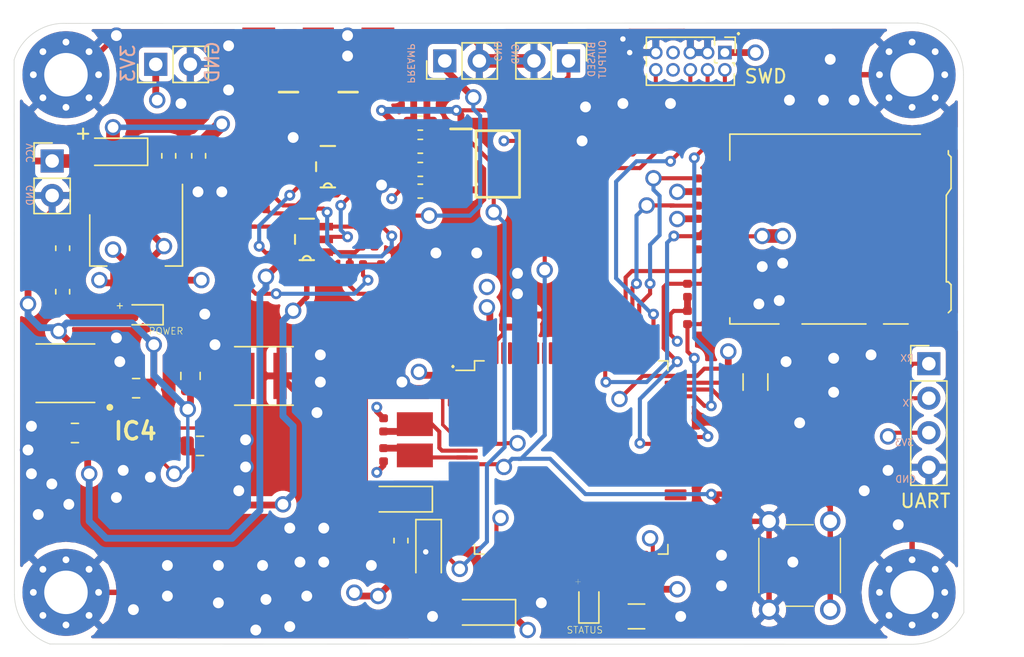
<source format=kicad_pcb>
(kicad_pcb (version 20171130) (host pcbnew "(5.1.4)-1")
  (layers (0 F.Cu signal) (1 GND power) (2 3V3 power) (31 B.Cu signal) (34 B.Paste user) (35 F.Paste user) (36 B.SilkS user) (37 F.SilkS user) (38 B.Mask user) (39 F.Mask user) (44 Edge.Cuts user))
  (net 0 "")
  (net 1 "Net-(C1-Pad1)")
  (net 2 "Net-(C2-Pad1)")
  (net 3 "Net-(C3-Pad1)")
  (net 4 "Net-(C3-Pad2)")
  (net 5 "Net-(C4-Pad1)")
  (net 6 "Net-(C4-Pad2)")
  (net 7 "Net-(C7-Pad1)")
  (net 8 "Net-(C8-Pad1)")
  (net 9 "Net-(C9-Pad1)")
  (net 10 v_DIV_OUT)
  (net 11 "Net-(C10-Pad1)")
  (net 12 3V3)
  (net 13 VCC)
  (net 14 VREF+)
  (net 15 3V3A)
  (net 16 NRST)
  (net 17 "Net-(D1-Pad1)")
  (net 18 "Net-(D2-Pad1)")
  (net 19 "Net-(D2-Pad2)")
  (net 20 "Net-(D4-Pad1)")
  (net 21 "Net-(F1-Pad2)")
  (net 22 "Net-(IC1-Pad4)")
  (net 23 P_AMP_OUT)
  (net 24 "Net-(IC2-Pad1)")
  (net 25 "Net-(IC2-Pad4)")
  (net 26 "Net-(IC3-Pad3)")
  (net 27 "Net-(IC3-Pad5)")
  (net 28 "Net-(IC3-Pad6)")
  (net 29 "Net-(IC3-Pad7)")
  (net 30 "Net-(J1-Pad2)")
  (net 31 USART_6_RX)
  (net 32 USART_6_TX)
  (net 33 SWDIO)
  (net 34 SWCLK)
  (net 35 SWO)
  (net 36 "Net-(J7-Pad7)")
  (net 37 "Net-(J7-Pad8)")
  (net 38 uSD_D1)
  (net 39 uSD_D2)
  (net 40 uSD_D3)
  (net 41 uSD_CMD)
  (net 42 uSD_CLK)
  (net 43 uSD_D0)
  (net 44 BOOT0)
  (net 45 "Net-(U2-Pad1)")
  (net 46 "Net-(U2-Pad2)")
  (net 47 "Net-(U2-Pad3)")
  (net 48 "Net-(U2-Pad4)")
  (net 49 "Net-(U2-Pad5)")
  (net 50 "Net-(U2-Pad7)")
  (net 51 "Net-(U2-Pad8)")
  (net 52 "Net-(U2-Pad9)")
  (net 53 "Net-(U2-Pad15)")
  (net 54 "Net-(U2-Pad16)")
  (net 55 "Net-(U2-Pad17)")
  (net 56 "Net-(U2-Pad18)")
  (net 57 "Net-(U2-Pad22)")
  (net 58 "Net-(U2-Pad23)")
  (net 59 "Net-(U2-Pad24)")
  (net 60 "Net-(U2-Pad28)")
  (net 61 "Net-(U2-Pad29)")
  (net 62 "Net-(U2-Pad30)")
  (net 63 "Net-(U2-Pad31)")
  (net 64 "Net-(U2-Pad32)")
  (net 65 "Net-(U2-Pad33)")
  (net 66 "Net-(U2-Pad34)")
  (net 67 "Net-(U2-Pad35)")
  (net 68 "Net-(U2-Pad36)")
  (net 69 "Net-(U2-Pad37)")
  (net 70 "Net-(U2-Pad38)")
  (net 71 "Net-(U2-Pad39)")
  (net 72 "Net-(U2-Pad40)")
  (net 73 "Net-(U2-Pad41)")
  (net 74 "Net-(U2-Pad42)")
  (net 75 "Net-(U2-Pad43)")
  (net 76 "Net-(U2-Pad44)")
  (net 77 "Net-(U2-Pad45)")
  (net 78 "Net-(U2-Pad47)")
  (net 79 "Net-(U2-Pad51)")
  (net 80 "Net-(U2-Pad52)")
  (net 81 "Net-(U2-Pad53)")
  (net 82 "Net-(U2-Pad54)")
  (net 83 "Net-(U2-Pad55)")
  (net 84 "Net-(U2-Pad56)")
  (net 85 "Net-(U2-Pad57)")
  (net 86 "Net-(U2-Pad58)")
  (net 87 "Net-(U2-Pad59)")
  (net 88 "Net-(U2-Pad60)")
  (net 89 "Net-(U2-Pad61)")
  (net 90 "Net-(U2-Pad62)")
  (net 91 "Net-(U2-Pad67)")
  (net 92 "Net-(U2-Pad68)")
  (net 93 "Net-(U2-Pad69)")
  (net 94 "Net-(U2-Pad70)")
  (net 95 "Net-(U2-Pad71)")
  (net 96 "Net-(U2-Pad77)")
  (net 97 "Net-(U2-Pad81)")
  (net 98 "Net-(U2-Pad82)")
  (net 99 "Net-(U2-Pad84)")
  (net 100 "Net-(U2-Pad85)")
  (net 101 "Net-(U2-Pad86)")
  (net 102 "Net-(U2-Pad87)")
  (net 103 "Net-(U2-Pad88)")
  (net 104 "Net-(U2-Pad90)")
  (net 105 "Net-(U2-Pad91)")
  (net 106 "Net-(U2-Pad92)")
  (net 107 "Net-(U2-Pad93)")
  (net 108 "Net-(U2-Pad95)")
  (net 109 "Net-(U2-Pad96)")
  (net 110 "Net-(U2-Pad97)")
  (net 111 "Net-(U2-Pad98)")
  (net 112 GND)
  (net 113 VPOS)
  (net 114 VNEG)
  (net 115 "Net-(IC4-Pad10)")
  (net 116 "Net-(IC4-Pad1)")
  (module SamacSys_Parts:TL1105CF160Q (layer F.Cu) (at 120 60.25 90)
    (fp_text reference S1 hide)
    (fp_text value TL1105CF160Q hide)
    (pad 4 thru_hole circle (at -3.25 -2.25 90) (size 1.5 1.5) (drill 1) (layers *.Cu *.Mask) (net 112 GND))
    (pad 3 thru_hole circle (at 3.25 -2.25 90) (size 1.5 1.5) (drill 1) (layers *.Cu *.Mask) (net 112 GND))
    (pad 2 thru_hole circle (at 3.25 2.25 90) (size 1.5 1.5) (drill 1) (layers *.Cu *.Mask) (net 16 NRST))
    (pad 1 thru_hole circle (at -3.25 2.25 90) (size 1.5 1.5) (drill 1) (layers *.Cu *.Mask) (net 16 NRST))
  )
  (module Resistor_SMD:R_0402_1005Metric (layer F.Cu) (at 111.75 40 270)
    (fp_text reference R22 hide)
    (fp_text value 47k)
    (pad 2 smd roundrect (at 0.485 0 270) (size 0.59 0.64) (layers F.Cu F.Paste F.Mask) (net 12 3V3))
    (pad 1 smd roundrect (at -0.485 0 270) (size 0.59 0.64) (layers F.Cu F.Paste F.Mask) (net 43 uSD_D0))
  )
  (module Package_QFP:LQFP-100_14x14mm_P0.5mm (layer F.Cu) (at 103.2 52.3)
    (fp_text reference U2 hide)
    (fp_text value STM32F746VGTx)
    (pad 1 smd roundrect (at -7.675 -6) (size 1.6 0.3) (layers F.Cu F.Paste F.Mask) (net 45 "Net-(U2-Pad1)"))
    (pad 2 smd roundrect (at -7.675 -5.5) (size 1.6 0.3) (layers F.Cu F.Paste F.Mask) (net 46 "Net-(U2-Pad2)"))
    (pad 3 smd roundrect (at -7.675 -5) (size 1.6 0.3) (layers F.Cu F.Paste F.Mask) (net 47 "Net-(U2-Pad3)"))
    (pad 4 smd roundrect (at -7.675 -4.5) (size 1.6 0.3) (layers F.Cu F.Paste F.Mask) (net 48 "Net-(U2-Pad4)"))
    (pad 5 smd roundrect (at -7.675 -4) (size 1.6 0.3) (layers F.Cu F.Paste F.Mask) (net 49 "Net-(U2-Pad5)"))
    (pad 6 smd roundrect (at -7.675 -3.5) (size 1.6 0.3) (layers F.Cu F.Paste F.Mask) (net 12 3V3))
    (pad 7 smd roundrect (at -7.675 -3) (size 1.6 0.3) (layers F.Cu F.Paste F.Mask) (net 50 "Net-(U2-Pad7)"))
    (pad 8 smd roundrect (at -7.675 -2.5) (size 1.6 0.3) (layers F.Cu F.Paste F.Mask) (net 51 "Net-(U2-Pad8)"))
    (pad 9 smd roundrect (at -7.675 -2) (size 1.6 0.3) (layers F.Cu F.Paste F.Mask) (net 52 "Net-(U2-Pad9)"))
    (pad 10 smd roundrect (at -7.675 -1.5) (size 1.6 0.3) (layers F.Cu F.Paste F.Mask) (net 112 GND))
    (pad 11 smd roundrect (at -7.675 -1) (size 1.6 0.3) (layers F.Cu F.Paste F.Mask) (net 12 3V3))
    (pad 12 smd roundrect (at -7.675 -0.5) (size 1.6 0.3) (layers F.Cu F.Paste F.Mask) (net 7 "Net-(C7-Pad1)"))
    (pad 13 smd roundrect (at -7.675 0) (size 1.6 0.3) (layers F.Cu F.Paste F.Mask) (net 8 "Net-(C8-Pad1)"))
    (pad 14 smd roundrect (at -7.675 0.5) (size 1.6 0.3) (layers F.Cu F.Paste F.Mask) (net 16 NRST))
    (pad 15 smd roundrect (at -7.675 1) (size 1.6 0.3) (layers F.Cu F.Paste F.Mask) (net 53 "Net-(U2-Pad15)"))
    (pad 16 smd roundrect (at -7.675 1.5) (size 1.6 0.3) (layers F.Cu F.Paste F.Mask) (net 54 "Net-(U2-Pad16)"))
    (pad 17 smd roundrect (at -7.675 2) (size 1.6 0.3) (layers F.Cu F.Paste F.Mask) (net 55 "Net-(U2-Pad17)"))
    (pad 18 smd roundrect (at -7.675 2.5) (size 1.6 0.3) (layers F.Cu F.Paste F.Mask) (net 56 "Net-(U2-Pad18)"))
    (pad 19 smd roundrect (at -7.675 3) (size 1.6 0.3) (layers F.Cu F.Paste F.Mask) (net 112 GND))
    (pad 20 smd roundrect (at -7.675 3.5) (size 1.6 0.3) (layers F.Cu F.Paste F.Mask) (net 14 VREF+))
    (pad 21 smd roundrect (at -7.675 4) (size 1.6 0.3) (layers F.Cu F.Paste F.Mask) (net 15 3V3A))
    (pad 22 smd roundrect (at -7.675 4.5) (size 1.6 0.3) (layers F.Cu F.Paste F.Mask) (net 57 "Net-(U2-Pad22)"))
    (pad 23 smd roundrect (at -7.675 5) (size 1.6 0.3) (layers F.Cu F.Paste F.Mask) (net 58 "Net-(U2-Pad23)"))
    (pad 24 smd roundrect (at -7.675 5.5) (size 1.6 0.3) (layers F.Cu F.Paste F.Mask) (net 59 "Net-(U2-Pad24)"))
    (pad 25 smd roundrect (at -7.675 6) (size 1.6 0.3) (layers F.Cu F.Paste F.Mask) (net 10 v_DIV_OUT))
    (pad 26 smd roundrect (at -6 7.675) (size 0.3 1.6) (layers F.Cu F.Paste F.Mask) (net 112 GND))
    (pad 27 smd roundrect (at -5.5 7.675) (size 0.3 1.6) (layers F.Cu F.Paste F.Mask) (net 12 3V3))
    (pad 28 smd roundrect (at -5 7.675) (size 0.3 1.6) (layers F.Cu F.Paste F.Mask) (net 60 "Net-(U2-Pad28)"))
    (pad 29 smd roundrect (at -4.5 7.675) (size 0.3 1.6) (layers F.Cu F.Paste F.Mask) (net 61 "Net-(U2-Pad29)"))
    (pad 30 smd roundrect (at -4 7.675) (size 0.3 1.6) (layers F.Cu F.Paste F.Mask) (net 62 "Net-(U2-Pad30)"))
    (pad 31 smd roundrect (at -3.5 7.675) (size 0.3 1.6) (layers F.Cu F.Paste F.Mask) (net 63 "Net-(U2-Pad31)"))
    (pad 32 smd roundrect (at -3 7.675) (size 0.3 1.6) (layers F.Cu F.Paste F.Mask) (net 64 "Net-(U2-Pad32)"))
    (pad 33 smd roundrect (at -2.5 7.675) (size 0.3 1.6) (layers F.Cu F.Paste F.Mask) (net 65 "Net-(U2-Pad33)"))
    (pad 34 smd roundrect (at -2 7.675) (size 0.3 1.6) (layers F.Cu F.Paste F.Mask) (net 66 "Net-(U2-Pad34)"))
    (pad 35 smd roundrect (at -1.5 7.675) (size 0.3 1.6) (layers F.Cu F.Paste F.Mask) (net 67 "Net-(U2-Pad35)"))
    (pad 36 smd roundrect (at -1 7.675) (size 0.3 1.6) (layers F.Cu F.Paste F.Mask) (net 68 "Net-(U2-Pad36)"))
    (pad 37 smd roundrect (at -0.5 7.675) (size 0.3 1.6) (layers F.Cu F.Paste F.Mask) (net 69 "Net-(U2-Pad37)"))
    (pad 38 smd roundrect (at 0 7.675) (size 0.3 1.6) (layers F.Cu F.Paste F.Mask) (net 70 "Net-(U2-Pad38)"))
    (pad 39 smd roundrect (at 0.5 7.675) (size 0.3 1.6) (layers F.Cu F.Paste F.Mask) (net 71 "Net-(U2-Pad39)"))
    (pad 40 smd roundrect (at 1 7.675) (size 0.3 1.6) (layers F.Cu F.Paste F.Mask) (net 72 "Net-(U2-Pad40)"))
    (pad 41 smd roundrect (at 1.5 7.675) (size 0.3 1.6) (layers F.Cu F.Paste F.Mask) (net 73 "Net-(U2-Pad41)"))
    (pad 42 smd roundrect (at 2 7.675) (size 0.3 1.6) (layers F.Cu F.Paste F.Mask) (net 74 "Net-(U2-Pad42)"))
    (pad 43 smd roundrect (at 2.5 7.675) (size 0.3 1.6) (layers F.Cu F.Paste F.Mask) (net 75 "Net-(U2-Pad43)"))
    (pad 44 smd roundrect (at 3 7.675) (size 0.3 1.6) (layers F.Cu F.Paste F.Mask) (net 76 "Net-(U2-Pad44)"))
    (pad 45 smd roundrect (at 3.5 7.675) (size 0.3 1.6) (layers F.Cu F.Paste F.Mask) (net 77 "Net-(U2-Pad45)"))
    (pad 46 smd roundrect (at 4 7.675) (size 0.3 1.6) (layers F.Cu F.Paste F.Mask) (net 19 "Net-(D2-Pad2)"))
    (pad 47 smd roundrect (at 4.5 7.675) (size 0.3 1.6) (layers F.Cu F.Paste F.Mask) (net 78 "Net-(U2-Pad47)"))
    (pad 48 smd roundrect (at 5 7.675) (size 0.3 1.6) (layers F.Cu F.Paste F.Mask) (net 1 "Net-(C1-Pad1)"))
    (pad 49 smd roundrect (at 5.5 7.675) (size 0.3 1.6) (layers F.Cu F.Paste F.Mask) (net 112 GND))
    (pad 50 smd roundrect (at 6 7.675) (size 0.3 1.6) (layers F.Cu F.Paste F.Mask) (net 12 3V3))
    (pad 51 smd roundrect (at 7.675 6) (size 1.6 0.3) (layers F.Cu F.Paste F.Mask) (net 79 "Net-(U2-Pad51)"))
    (pad 52 smd roundrect (at 7.675 5.5) (size 1.6 0.3) (layers F.Cu F.Paste F.Mask) (net 80 "Net-(U2-Pad52)"))
    (pad 53 smd roundrect (at 7.675 5) (size 1.6 0.3) (layers F.Cu F.Paste F.Mask) (net 81 "Net-(U2-Pad53)"))
    (pad 54 smd roundrect (at 7.675 4.5) (size 1.6 0.3) (layers F.Cu F.Paste F.Mask) (net 82 "Net-(U2-Pad54)"))
    (pad 55 smd roundrect (at 7.675 4) (size 1.6 0.3) (layers F.Cu F.Paste F.Mask) (net 83 "Net-(U2-Pad55)"))
    (pad 56 smd roundrect (at 7.675 3.5) (size 1.6 0.3) (layers F.Cu F.Paste F.Mask) (net 84 "Net-(U2-Pad56)"))
    (pad 57 smd roundrect (at 7.675 3) (size 1.6 0.3) (layers F.Cu F.Paste F.Mask) (net 85 "Net-(U2-Pad57)"))
    (pad 58 smd roundrect (at 7.675 2.5) (size 1.6 0.3) (layers F.Cu F.Paste F.Mask) (net 86 "Net-(U2-Pad58)"))
    (pad 59 smd roundrect (at 7.675 2) (size 1.6 0.3) (layers F.Cu F.Paste F.Mask) (net 87 "Net-(U2-Pad59)"))
    (pad 60 smd roundrect (at 7.675 1.5) (size 1.6 0.3) (layers F.Cu F.Paste F.Mask) (net 88 "Net-(U2-Pad60)"))
    (pad 61 smd roundrect (at 7.675 1) (size 1.6 0.3) (layers F.Cu F.Paste F.Mask) (net 89 "Net-(U2-Pad61)"))
    (pad 62 smd roundrect (at 7.675 0.5) (size 1.6 0.3) (layers F.Cu F.Paste F.Mask) (net 90 "Net-(U2-Pad62)"))
    (pad 63 smd roundrect (at 7.675 0) (size 1.6 0.3) (layers F.Cu F.Paste F.Mask) (net 32 USART_6_TX))
    (pad 64 smd roundrect (at 7.675 -0.5) (size 1.6 0.3) (layers F.Cu F.Paste F.Mask) (net 31 USART_6_RX))
    (pad 65 smd roundrect (at 7.675 -1) (size 1.6 0.3) (layers F.Cu F.Paste F.Mask) (net 43 uSD_D0))
    (pad 66 smd roundrect (at 7.675 -1.5) (size 1.6 0.3) (layers F.Cu F.Paste F.Mask) (net 38 uSD_D1))
    (pad 67 smd roundrect (at 7.675 -2) (size 1.6 0.3) (layers F.Cu F.Paste F.Mask) (net 91 "Net-(U2-Pad67)"))
    (pad 68 smd roundrect (at 7.675 -2.5) (size 1.6 0.3) (layers F.Cu F.Paste F.Mask) (net 92 "Net-(U2-Pad68)"))
    (pad 69 smd roundrect (at 7.675 -3) (size 1.6 0.3) (layers F.Cu F.Paste F.Mask) (net 93 "Net-(U2-Pad69)"))
    (pad 70 smd roundrect (at 7.675 -3.5) (size 1.6 0.3) (layers F.Cu F.Paste F.Mask) (net 94 "Net-(U2-Pad70)"))
    (pad 71 smd roundrect (at 7.675 -4) (size 1.6 0.3) (layers F.Cu F.Paste F.Mask) (net 95 "Net-(U2-Pad71)"))
    (pad 72 smd roundrect (at 7.675 -4.5) (size 1.6 0.3) (layers F.Cu F.Paste F.Mask) (net 33 SWDIO))
    (pad 73 smd roundrect (at 7.675 -5) (size 1.6 0.3) (layers F.Cu F.Paste F.Mask) (net 2 "Net-(C2-Pad1)"))
    (pad 74 smd roundrect (at 7.675 -5.5) (size 1.6 0.3) (layers F.Cu F.Paste F.Mask) (net 112 GND))
    (pad 75 smd roundrect (at 7.675 -6) (size 1.6 0.3) (layers F.Cu F.Paste F.Mask) (net 12 3V3))
    (pad 76 smd roundrect (at 6 -7.675) (size 0.3 1.6) (layers F.Cu F.Paste F.Mask) (net 34 SWCLK))
    (pad 77 smd roundrect (at 5.5 -7.675) (size 0.3 1.6) (layers F.Cu F.Paste F.Mask) (net 96 "Net-(U2-Pad77)"))
    (pad 78 smd roundrect (at 5 -7.675) (size 0.3 1.6) (layers F.Cu F.Paste F.Mask) (net 39 uSD_D2))
    (pad 79 smd roundrect (at 4.5 -7.675) (size 0.3 1.6) (layers F.Cu F.Paste F.Mask) (net 40 uSD_D3))
    (pad 80 smd roundrect (at 4 -7.675) (size 0.3 1.6) (layers F.Cu F.Paste F.Mask) (net 42 uSD_CLK))
    (pad 81 smd roundrect (at 3.5 -7.675) (size 0.3 1.6) (layers F.Cu F.Paste F.Mask) (net 97 "Net-(U2-Pad81)"))
    (pad 82 smd roundrect (at 3 -7.675) (size 0.3 1.6) (layers F.Cu F.Paste F.Mask) (net 98 "Net-(U2-Pad82)"))
    (pad 83 smd roundrect (at 2.5 -7.675) (size 0.3 1.6) (layers F.Cu F.Paste F.Mask) (net 41 uSD_CMD))
    (pad 84 smd roundrect (at 2 -7.675) (size 0.3 1.6) (layers F.Cu F.Paste F.Mask) (net 99 "Net-(U2-Pad84)"))
    (pad 85 smd roundrect (at 1.5 -7.675) (size 0.3 1.6) (layers F.Cu F.Paste F.Mask) (net 100 "Net-(U2-Pad85)"))
    (pad 86 smd roundrect (at 1 -7.675) (size 0.3 1.6) (layers F.Cu F.Paste F.Mask) (net 101 "Net-(U2-Pad86)"))
    (pad 87 smd roundrect (at 0.5 -7.675) (size 0.3 1.6) (layers F.Cu F.Paste F.Mask) (net 102 "Net-(U2-Pad87)"))
    (pad 88 smd roundrect (at 0 -7.675) (size 0.3 1.6) (layers F.Cu F.Paste F.Mask) (net 103 "Net-(U2-Pad88)"))
    (pad 89 smd roundrect (at -0.5 -7.675) (size 0.3 1.6) (layers F.Cu F.Paste F.Mask) (net 35 SWO))
    (pad 90 smd roundrect (at -1 -7.675) (size 0.3 1.6) (layers F.Cu F.Paste F.Mask) (net 104 "Net-(U2-Pad90)"))
    (pad 91 smd roundrect (at -1.5 -7.675) (size 0.3 1.6) (layers F.Cu F.Paste F.Mask) (net 105 "Net-(U2-Pad91)"))
    (pad 92 smd roundrect (at -2 -7.675) (size 0.3 1.6) (layers F.Cu F.Paste F.Mask) (net 106 "Net-(U2-Pad92)"))
    (pad 93 smd roundrect (at -2.5 -7.675) (size 0.3 1.6) (layers F.Cu F.Paste F.Mask) (net 107 "Net-(U2-Pad93)"))
    (pad 94 smd roundrect (at -3 -7.675) (size 0.3 1.6) (layers F.Cu F.Paste F.Mask) (net 44 BOOT0))
    (pad 95 smd roundrect (at -3.5 -7.675) (size 0.3 1.6) (layers F.Cu F.Paste F.Mask) (net 108 "Net-(U2-Pad95)"))
    (pad 96 smd roundrect (at -4 -7.675) (size 0.3 1.6) (layers F.Cu F.Paste F.Mask) (net 109 "Net-(U2-Pad96)"))
    (pad 97 smd roundrect (at -4.5 -7.675) (size 0.3 1.6) (layers F.Cu F.Paste F.Mask) (net 110 "Net-(U2-Pad97)"))
    (pad 98 smd roundrect (at -5 -7.675) (size 0.3 1.6) (layers F.Cu F.Paste F.Mask) (net 111 "Net-(U2-Pad98)"))
    (pad 99 smd roundrect (at -5.5 -7.675) (size 0.3 1.6) (layers F.Cu F.Paste F.Mask) (net 112 GND))
    (pad 100 smd roundrect (at -6 -7.675) (size 0.3 1.6) (layers F.Cu F.Paste F.Mask) (net 12 3V3))
  )
  (module Connector_Card:microSD_HC_Hirose_DM3AT-SF-PEJM5 (layer F.Cu) (at 122.75 35.5 90)
    (fp_text reference J8 hide)
    (fp_text value Micro_SD_Card)
    (pad 9 smd rect (at -5.875 -7.725 90) (size 0.7 1.2) (layers F.Cu F.Paste F.Mask) (net 112 GND))
    (pad 8 smd rect (at -4.925 -7.725 90) (size 0.7 1.2) (layers F.Cu F.Paste F.Mask) (net 38 uSD_D1))
    (pad 1 smd rect (at 2.775 -7.725 90) (size 0.7 1.2) (layers F.Cu F.Paste F.Mask) (net 39 uSD_D2))
    (pad 2 smd rect (at 1.675 -7.725 90) (size 0.7 1.2) (layers F.Cu F.Paste F.Mask) (net 40 uSD_D3))
    (pad 3 smd rect (at 0.575 -7.725 90) (size 0.7 1.2) (layers F.Cu F.Paste F.Mask) (net 41 uSD_CMD))
    (pad 4 smd rect (at -0.525 -7.725 90) (size 0.7 1.2) (layers F.Cu F.Paste F.Mask) (net 12 3V3))
    (pad 5 smd rect (at -1.625 -7.725 90) (size 0.7 1.2) (layers F.Cu F.Paste F.Mask) (net 42 uSD_CLK))
    (pad 6 smd rect (at -2.725 -7.725 90) (size 0.7 1.2) (layers F.Cu F.Paste F.Mask) (net 112 GND))
    (pad 7 smd rect (at -3.825 -7.725 90) (size 0.7 1.2) (layers F.Cu F.Paste F.Mask) (net 43 uSD_D0))
    (pad 11 smd rect (at 4.325 -7.725 90) (size 1 1.2) (layers F.Cu F.Paste F.Mask))
    (pad 11 smd rect (at -6.825 -3.425 90) (size 1 1.2) (layers F.Cu F.Paste F.Mask))
    (pad 10 smd rect (at -6.825 2.775 90) (size 1 0.8) (layers F.Cu F.Paste F.Mask))
    (pad 11 smd rect (at -6.825 6.925 90) (size 1 2.8) (layers F.Cu F.Paste F.Mask))
    (pad 11 smd rect (at 6.675 7.375 90) (size 1.3 1.9) (layers F.Cu F.Paste F.Mask))
  )
  (module Inductor_SMD:L_Coilcraft_XxL4020 (layer F.Cu) (at 80.6 46.3)
    (fp_text reference L2 hide)
    (fp_text value 4.7u)
    (pad 2 smd rect (at 1.185 0) (size 0.98 3.4) (layers F.Cu F.Paste F.Mask) (net 112 GND))
    (pad 1 smd rect (at -1.185 0) (size 0.98 3.4) (layers F.Cu F.Paste F.Mask) (net 115 "Net-(IC4-Pad10)"))
  )
  (module Inductor_SMD:L_Coilcraft_XxL4020 (layer F.Cu) (at 66 46.1 180)
    (fp_text reference L1 hide)
    (fp_text value 4.7u)
    (pad 2 smd rect (at 1.185 0 180) (size 0.98 3.4) (layers F.Cu F.Paste F.Mask) (net 116 "Net-(IC4-Pad1)"))
    (pad 1 smd rect (at -1.185 0 180) (size 0.98 3.4) (layers F.Cu F.Paste F.Mask) (net 13 VCC))
  )
  (module SamacSys_Parts:SON45P300X300X80-13N-D (layer F.Cu) (at 71.14 50.36)
    (fp_text reference IC4 (at 0 0) (layer F.SilkS) (effects (font (size 1.27 1.27) (thickness 0.254))))
    (fp_text value TPS65133DPDR hide)
    (pad 13 smd rect (at 0 0) (size 1.31 2.12) (layers F.Cu F.Paste F.Mask) (net 112 GND))
    (pad 12 smd rect (at 1.45 -1.125 90) (size 0.25 0.85) (layers F.Cu F.Paste F.Mask) (net 13 VCC))
    (pad 11 smd rect (at 1.45 -0.675 90) (size 0.25 0.85) (layers F.Cu F.Paste F.Mask) (net 13 VCC))
    (pad 10 smd rect (at 1.45 -0.225 90) (size 0.25 0.85) (layers F.Cu F.Paste F.Mask) (net 115 "Net-(IC4-Pad10)"))
    (pad 9 smd rect (at 1.45 0.225 90) (size 0.25 0.85) (layers F.Cu F.Paste F.Mask) (net 114 VNEG))
    (pad 8 smd rect (at 1.45 0.675 90) (size 0.25 0.85) (layers F.Cu F.Paste F.Mask) (net 112 GND))
    (pad 7 smd rect (at 1.45 1.125 90) (size 0.25 0.85) (layers F.Cu F.Paste F.Mask) (net 13 VCC))
    (pad 6 smd rect (at -1.45 1.125 90) (size 0.25 0.85) (layers F.Cu F.Paste F.Mask) (net 112 GND))
    (pad 5 smd rect (at -1.45 0.675 90) (size 0.25 0.85) (layers F.Cu F.Paste F.Mask) (net 112 GND))
    (pad 4 smd rect (at -1.45 0.225 90) (size 0.25 0.85) (layers F.Cu F.Paste F.Mask) (net 112 GND))
    (pad 3 smd rect (at -1.45 -0.225 90) (size 0.25 0.85) (layers F.Cu F.Paste F.Mask) (net 113 VPOS))
    (pad 2 smd rect (at -1.45 -0.675 90) (size 0.25 0.85) (layers F.Cu F.Paste F.Mask) (net 112 GND))
    (pad 1 smd rect (at -1.45 -1.125 90) (size 0.25 0.85) (layers F.Cu F.Paste F.Mask) (net 116 "Net-(IC4-Pad1)"))
  )
  (module Capacitor_SMD:C_0805_2012Metric (layer F.Cu) (at 75.9 51.45)
    (fp_text reference C15 hide)
    (fp_text value 10u)
    (pad 2 smd roundrect (at 0.9375 0) (size 0.975 1.4) (layers F.Cu F.Paste F.Mask) (net 112 GND))
    (pad 1 smd roundrect (at -0.9375 0) (size 0.975 1.4) (layers F.Cu F.Paste F.Mask) (net 114 VNEG))
  )
  (module Capacitor_SMD:C_0805_2012Metric (layer F.Cu) (at 75.2 46.3 90)
    (fp_text reference C14 hide)
    (fp_text value 100n)
    (pad 2 smd roundrect (at 0.9375 0 90) (size 0.975 1.4) (layers F.Cu F.Paste F.Mask) (net 112 GND))
    (pad 1 smd roundrect (at -0.9375 0 90) (size 0.975 1.4) (layers F.Cu F.Paste F.Mask) (net 13 VCC))
  )
  (module Capacitor_SMD:C_0805_2012Metric (layer F.Cu) (at 66.7 50.5 180)
    (fp_text reference C13 hide)
    (fp_text value 10u)
    (pad 2 smd roundrect (at 0.9375 0 180) (size 0.975 1.4) (layers F.Cu F.Paste F.Mask) (net 112 GND))
    (pad 1 smd roundrect (at -0.9375 0 180) (size 0.975 1.4) (layers F.Cu F.Paste F.Mask) (net 113 VPOS))
  )
  (module Capacitor_SMD:C_0805_2012Metric (layer F.Cu) (at 71.2 47.2 180)
    (fp_text reference C12 hide)
    (fp_text value 10u)
    (pad 2 smd roundrect (at 0.9375 0 180) (size 0.975 1.4) (layers F.Cu F.Paste F.Mask) (net 112 GND))
    (pad 1 smd roundrect (at -0.9375 0 180) (size 0.975 1.4) (layers F.Cu F.Paste F.Mask) (net 13 VCC))
  )
  (module Capacitor_SMD:C_1206_3216Metric (layer F.Cu) (at 108 64)
    (fp_text reference C1 hide)
    (fp_text value 2.2u)
    (pad 1 smd roundrect (at -1.4 0) (size 1.25 1.75) (layers F.Cu F.Paste F.Mask) (roundrect_rratio 0.2) (net 1 "Net-(C1-Pad1)"))
    (pad 2 smd roundrect (at 1.4 0) (size 1.25 1.75) (layers F.Cu F.Paste F.Mask) (roundrect_rratio 0.2) (net 112 GND))
  )
  (module Capacitor_SMD:C_1206_3216Metric (layer F.Cu) (at 116.75 46.75 90)
    (fp_text reference C2 hide)
    (fp_text value 2.2u)
    (pad 2 smd roundrect (at 1.4 0 90) (size 1.25 1.75) (layers F.Cu F.Paste F.Mask) (roundrect_rratio 0.2) (net 112 GND))
    (pad 1 smd roundrect (at -1.4 0 90) (size 1.25 1.75) (layers F.Cu F.Paste F.Mask) (roundrect_rratio 0.2) (net 2 "Net-(C2-Pad1)"))
  )
  (module Capacitor_SMD:C_0402_1005Metric (layer F.Cu) (at 88 35.25)
    (fp_text reference C3 hide)
    (fp_text value 100p)
    (pad 1 smd roundrect (at -0.485 0) (size 0.59 0.64) (layers F.Cu F.Paste F.Mask) (net 3 "Net-(C3-Pad1)"))
    (pad 2 smd roundrect (at 0.485 0) (size 0.59 0.64) (layers F.Cu F.Paste F.Mask) (net 4 "Net-(C3-Pad2)"))
  )
  (module Capacitor_SMD:C_0402_1005Metric (layer F.Cu) (at 89 28.7)
    (fp_text reference C4 hide)
    (fp_text value 100p)
    (pad 1 smd roundrect (at -0.485 0) (size 0.59 0.64) (layers F.Cu F.Paste F.Mask) (net 5 "Net-(C4-Pad1)"))
    (pad 2 smd roundrect (at 0.485 0) (size 0.59 0.64) (layers F.Cu F.Paste F.Mask) (net 6 "Net-(C4-Pad2)"))
  )
  (module Capacitor_SMD:C_0402_1005Metric (layer F.Cu) (at 80.25 34 180)
    (fp_text reference C5 hide)
    (fp_text value 100p)
    (pad 1 smd roundrect (at -0.485 0 180) (size 0.59 0.64) (layers F.Cu F.Paste F.Mask) (net 4 "Net-(C3-Pad2)"))
    (pad 2 smd roundrect (at 0.485 0 180) (size 0.59 0.64) (layers F.Cu F.Paste F.Mask) (net 112 GND))
  )
  (module Capacitor_SMD:C_0402_1005Metric (layer F.Cu) (at 81.5 28 270)
    (fp_text reference C6 hide)
    (fp_text value 100p)
    (pad 2 smd roundrect (at 0.485 0 270) (size 0.59 0.64) (layers F.Cu F.Paste F.Mask) (net 112 GND))
    (pad 1 smd roundrect (at -0.485 0 270) (size 0.59 0.64) (layers F.Cu F.Paste F.Mask) (net 6 "Net-(C4-Pad2)"))
  )
  (module Capacitor_SMD:C_0402_1005Metric (layer F.Cu) (at 89.4 49.9 90)
    (fp_text reference C7 hide)
    (fp_text value 4.3p)
    (pad 2 smd roundrect (at 0.485 0 90) (size 0.59 0.64) (layers F.Cu F.Paste F.Mask) (net 112 GND))
    (pad 1 smd roundrect (at -0.485 0 90) (size 0.59 0.64) (layers F.Cu F.Paste F.Mask) (net 7 "Net-(C7-Pad1)"))
  )
  (module Capacitor_SMD:C_0402_1005Metric (layer F.Cu) (at 89.4 52.1 270)
    (fp_text reference C8 hide)
    (fp_text value 4.3p)
    (pad 1 smd roundrect (at -0.485 0 270) (size 0.59 0.64) (layers F.Cu F.Paste F.Mask) (net 8 "Net-(C8-Pad1)"))
    (pad 2 smd roundrect (at 0.485 0 270) (size 0.59 0.64) (layers F.Cu F.Paste F.Mask) (net 112 GND))
  )
  (module Capacitor_SMD:C_0402_1005Metric (layer F.Cu) (at 92.1 25.8 180)
    (fp_text reference C9 hide)
    (fp_text value 10p)
    (pad 1 smd roundrect (at -0.485 0 180) (size 0.59 0.64) (layers F.Cu F.Paste F.Mask) (net 9 "Net-(C9-Pad1)"))
    (pad 2 smd roundrect (at 0.485 0 180) (size 0.59 0.64) (layers F.Cu F.Paste F.Mask) (net 10 v_DIV_OUT))
  )
  (module Capacitor_SMD:C_0603_1608Metric (layer F.Cu) (at 65.8 36.9 270)
    (fp_text reference C10 hide)
    (fp_text value 10u)
    (pad 1 smd roundrect (at -0.7875 0 270) (size 0.875 0.95) (layers F.Cu F.Paste F.Mask) (net 11 "Net-(C10-Pad1)"))
    (pad 2 smd roundrect (at 0.7875 0 270) (size 0.875 0.95) (layers F.Cu F.Paste F.Mask) (net 112 GND))
  )
  (module Capacitor_SMD:C_0603_1608Metric (layer F.Cu) (at 65.8 40.1 90)
    (fp_text reference C11 hide)
    (fp_text value 10u)
    (pad 2 smd roundrect (at 0.7875 0 90) (size 0.875 0.95) (layers F.Cu F.Paste F.Mask) (net 112 GND))
    (pad 1 smd roundrect (at -0.7875 0 90) (size 0.875 0.95) (layers F.Cu F.Paste F.Mask) (net 12 3V3))
  )
  (module Capacitor_Tantalum_SMD:CP_EIA-3216-18_Kemet-A (layer F.Cu) (at 96.8 63.7 180)
    (fp_text reference C16 hide)
    (fp_text value 4.7u)
    (pad 2 smd roundrect (at 1.35 0 180) (size 1.4 1.35) (layers F.Cu F.Paste F.Mask) (roundrect_rratio 0.185185) (net 112 GND))
    (pad 1 smd roundrect (at -1.35 0 180) (size 1.4 1.35) (layers F.Cu F.Paste F.Mask) (roundrect_rratio 0.185185) (net 12 3V3))
  )
  (module Capacitor_SMD:C_0402_1005Metric (layer F.Cu) (at 93.472 46.736 90)
    (fp_text reference C17 hide)
    (fp_text value 100n)
    (pad 2 smd roundrect (at 0.485 0 90) (size 0.59 0.64) (layers F.Cu F.Paste F.Mask) (net 12 3V3))
    (pad 1 smd roundrect (at -0.485 0 90) (size 0.59 0.64) (layers F.Cu F.Paste F.Mask) (net 112 GND))
  )
  (module Capacitor_SMD:C_0402_1005Metric (layer F.Cu) (at 108.985 62)
    (fp_text reference C18 hide)
    (fp_text value 100n)
    (pad 1 smd roundrect (at -0.485 0) (size 0.59 0.64) (layers F.Cu F.Paste F.Mask) (net 112 GND))
    (pad 2 smd roundrect (at 0.485 0) (size 0.59 0.64) (layers F.Cu F.Paste F.Mask) (net 12 3V3))
  )
  (module Capacitor_SMD:C_0402_1005Metric (layer F.Cu) (at 97.5 62)
    (fp_text reference C19 hide)
    (fp_text value 100n)
    (pad 2 smd roundrect (at 0.485 0) (size 0.59 0.64) (layers F.Cu F.Paste F.Mask) (net 12 3V3))
    (pad 1 smd roundrect (at -0.485 0) (size 0.59 0.64) (layers F.Cu F.Paste F.Mask) (net 112 GND))
  )
  (module Capacitor_SMD:C_0402_1005Metric (layer F.Cu) (at 114.75 46.25 90)
    (fp_text reference C20 hide)
    (fp_text value 100n)
    (pad 1 smd roundrect (at -0.485 0 90) (size 0.59 0.64) (layers F.Cu F.Paste F.Mask) (net 112 GND))
    (pad 2 smd roundrect (at 0.485 0 90) (size 0.59 0.64) (layers F.Cu F.Paste F.Mask) (net 12 3V3))
  )
  (module Capacitor_SMD:C_0402_1005Metric (layer F.Cu) (at 97.7 42.7 180)
    (fp_text reference C21 hide)
    (fp_text value 100n)
    (pad 2 smd roundrect (at 0.485 0 180) (size 0.59 0.64) (layers F.Cu F.Paste F.Mask) (net 12 3V3))
    (pad 1 smd roundrect (at -0.485 0 180) (size 0.59 0.64) (layers F.Cu F.Paste F.Mask) (net 112 GND))
  )
  (module Capacitor_Tantalum_SMD:CP_EIA-3216-18_Kemet-A (layer F.Cu) (at 90.678 55.372 180)
    (fp_text reference C22 hide)
    (fp_text value 1u)
    (pad 2 smd roundrect (at 1.35 0 180) (size 1.4 1.35) (layers F.Cu F.Paste F.Mask) (roundrect_rratio 0.185185) (net 112 GND))
    (pad 1 smd roundrect (at -1.35 0 180) (size 1.4 1.35) (layers F.Cu F.Paste F.Mask) (roundrect_rratio 0.185185) (net 14 VREF+))
  )
  (module Capacitor_SMD:C_0402_1005Metric (layer F.Cu) (at 93.7 55.4 270)
    (fp_text reference C23 hide)
    (fp_text value 100n)
    (pad 1 smd roundrect (at -0.485 0 270) (size 0.59 0.64) (layers F.Cu F.Paste F.Mask) (net 112 GND))
    (pad 2 smd roundrect (at 0.485 0 270) (size 0.59 0.64) (layers F.Cu F.Paste F.Mask) (net 14 VREF+))
  )
  (module Capacitor_Tantalum_SMD:CP_EIA-3216-18_Kemet-A (layer F.Cu) (at 92.71 59.182 270)
    (fp_text reference C24 hide)
    (fp_text value 1u)
    (pad 1 smd roundrect (at -1.35 0 270) (size 1.4 1.35) (layers F.Cu F.Paste F.Mask) (roundrect_rratio 0.185185) (net 15 3V3A))
    (pad 2 smd roundrect (at 1.35 0 270) (size 1.4 1.35) (layers F.Cu F.Paste F.Mask) (roundrect_rratio 0.185185) (net 112 GND))
  )
  (module Capacitor_SMD:C_0402_1005Metric (layer F.Cu) (at 89.154 57.912 90)
    (fp_text reference C25 hide)
    (fp_text value 100n)
    (pad 2 smd roundrect (at 0.485 0 90) (size 0.59 0.64) (layers F.Cu F.Paste F.Mask) (net 15 3V3A))
    (pad 1 smd roundrect (at -0.485 0 90) (size 0.59 0.64) (layers F.Cu F.Paste F.Mask) (net 112 GND))
  )
  (module Capacitor_SMD:C_0402_1005Metric (layer F.Cu) (at 114.75 56.25 180)
    (fp_text reference C26 hide)
    (fp_text value 100n)
    (pad 2 smd roundrect (at 0.485 0 180) (size 0.59 0.64) (layers F.Cu F.Paste F.Mask) (net 16 NRST))
    (pad 1 smd roundrect (at -0.485 0 180) (size 0.59 0.64) (layers F.Cu F.Paste F.Mask) (net 112 GND))
  )
  (module Diode_SMD:D_SOD-123 (layer F.Cu) (at 69.8 29.8 180)
    (fp_text reference D1 hide)
    (fp_text value B5819W)
    (pad 1 smd rect (at -1.65 0 180) (size 0.9 1.2) (layers F.Cu F.Paste F.Mask) (net 17 "Net-(D1-Pad1)"))
    (pad 2 smd rect (at 1.65 0 180) (size 0.9 1.2) (layers F.Cu F.Paste F.Mask) (net 13 VCC))
  )
  (module LED_SMD:LED_0603_1608Metric (layer F.Cu) (at 104.5 63 90)
    (fp_text reference D2 hide)
    (fp_text value Red_LED)
    (pad 1 smd roundrect (at -0.7875 0 90) (size 0.875 0.95) (layers F.Cu F.Paste F.Mask) (net 18 "Net-(D2-Pad1)"))
    (pad 2 smd roundrect (at 0.7875 0 90) (size 0.875 0.95) (layers F.Cu F.Paste F.Mask) (net 19 "Net-(D2-Pad2)"))
  )
  (module LED_SMD:LED_0603_1608Metric (layer F.Cu) (at 71.7 41.8 180)
    (fp_text reference D4 hide)
    (fp_text value Green_LED)
    (pad 2 smd roundrect (at 0.7875 0 180) (size 0.875 0.95) (layers F.Cu F.Paste F.Mask) (net 12 3V3))
    (pad 1 smd roundrect (at -0.7875 0 180) (size 0.875 0.95) (layers F.Cu F.Paste F.Mask) (net 20 "Net-(D4-Pad1)"))
  )
  (module Fuse:Fuse_0603_1608Metric (layer F.Cu) (at 73.6 30.1 270)
    (fp_text reference F1 hide)
    (fp_text value 500mA)
    (pad 1 smd roundrect (at -0.7875 0 270) (size 0.875 0.95) (layers F.Cu F.Paste F.Mask) (net 17 "Net-(D1-Pad1)"))
    (pad 2 smd roundrect (at 0.7875 0 270) (size 0.875 0.95) (layers F.Cu F.Paste F.Mask) (net 21 "Net-(F1-Pad2)"))
  )
  (module Inductor_SMD:L_0603_1608Metric (layer F.Cu) (at 75.8 30.1 270)
    (fp_text reference FB1 hide)
    (fp_text value "100 @ 100 MHz")
    (pad 2 smd roundrect (at 0.7875 0 270) (size 0.875 0.95) (layers F.Cu F.Paste F.Mask) (net 21 "Net-(F1-Pad2)"))
    (pad 1 smd roundrect (at -0.7875 0 270) (size 0.875 0.95) (layers F.Cu F.Paste F.Mask) (net 11 "Net-(C10-Pad1)"))
  )
  (module Inductor_SMD:L_0603_1608Metric (layer F.Cu) (at 90.678 58.42 90)
    (fp_text reference FB2 hide)
    (fp_text value "100 @ 100 Mhz")
    (pad 1 smd roundrect (at -0.7875 0 90) (size 0.875 0.95) (layers F.Cu F.Paste F.Mask) (net 12 3V3))
    (pad 2 smd roundrect (at 0.7875 0 90) (size 0.875 0.95) (layers F.Cu F.Paste F.Mask) (net 15 3V3A))
  )
  (module MountingHole:MountingHole_3.2mm_M3_Pad_Via (layer F.Cu) (at 66.04 24.13)
    (fp_text reference H1 hide)
    (fp_text value M_HolePad)
    (pad 1 thru_hole circle (at 0 0) (size 6.4 6.4) (drill 3.2) (layers *.Cu *.Mask) (net 112 GND))
    (pad 1 thru_hole circle (at 2.4 0) (size 0.8 0.8) (drill 0.5) (layers *.Cu *.Mask) (net 112 GND))
    (pad 1 thru_hole circle (at 1.697056 1.697056) (size 0.8 0.8) (drill 0.5) (layers *.Cu *.Mask) (net 112 GND))
    (pad 1 thru_hole circle (at 0 2.4) (size 0.8 0.8) (drill 0.5) (layers *.Cu *.Mask) (net 112 GND))
    (pad 1 thru_hole circle (at -1.697056 1.697056) (size 0.8 0.8) (drill 0.5) (layers *.Cu *.Mask) (net 112 GND))
    (pad 1 thru_hole circle (at -2.4 0) (size 0.8 0.8) (drill 0.5) (layers *.Cu *.Mask) (net 112 GND))
    (pad 1 thru_hole circle (at -1.697056 -1.697056) (size 0.8 0.8) (drill 0.5) (layers *.Cu *.Mask) (net 112 GND))
    (pad 1 thru_hole circle (at 0 -2.4) (size 0.8 0.8) (drill 0.5) (layers *.Cu *.Mask) (net 112 GND))
    (pad 1 thru_hole circle (at 1.697056 -1.697056) (size 0.8 0.8) (drill 0.5) (layers *.Cu *.Mask) (net 112 GND))
  )
  (module MountingHole:MountingHole_3.2mm_M3_Pad_Via (layer F.Cu) (at 66.04 62.23)
    (fp_text reference H2 hide)
    (fp_text value MHole_Pad)
    (pad 1 thru_hole circle (at 1.697056 -1.697056) (size 0.8 0.8) (drill 0.5) (layers *.Cu *.Mask) (net 112 GND))
    (pad 1 thru_hole circle (at 0 -2.4) (size 0.8 0.8) (drill 0.5) (layers *.Cu *.Mask) (net 112 GND))
    (pad 1 thru_hole circle (at -1.697056 -1.697056) (size 0.8 0.8) (drill 0.5) (layers *.Cu *.Mask) (net 112 GND))
    (pad 1 thru_hole circle (at -2.4 0) (size 0.8 0.8) (drill 0.5) (layers *.Cu *.Mask) (net 112 GND))
    (pad 1 thru_hole circle (at -1.697056 1.697056) (size 0.8 0.8) (drill 0.5) (layers *.Cu *.Mask) (net 112 GND))
    (pad 1 thru_hole circle (at 0 2.4) (size 0.8 0.8) (drill 0.5) (layers *.Cu *.Mask) (net 112 GND))
    (pad 1 thru_hole circle (at 1.697056 1.697056) (size 0.8 0.8) (drill 0.5) (layers *.Cu *.Mask) (net 112 GND))
    (pad 1 thru_hole circle (at 2.4 0) (size 0.8 0.8) (drill 0.5) (layers *.Cu *.Mask) (net 112 GND))
    (pad 1 thru_hole circle (at 0 0) (size 6.4 6.4) (drill 3.2) (layers *.Cu *.Mask) (net 112 GND))
  )
  (module MountingHole:MountingHole_3.2mm_M3_Pad_Via (layer F.Cu) (at 128.27 24.13)
    (fp_text reference H3 hide)
    (fp_text value MHole_Pad)
    (pad 1 thru_hole circle (at 0 0) (size 6.4 6.4) (drill 3.2) (layers *.Cu *.Mask) (net 112 GND))
    (pad 1 thru_hole circle (at 2.4 0) (size 0.8 0.8) (drill 0.5) (layers *.Cu *.Mask) (net 112 GND))
    (pad 1 thru_hole circle (at 1.697056 1.697056) (size 0.8 0.8) (drill 0.5) (layers *.Cu *.Mask) (net 112 GND))
    (pad 1 thru_hole circle (at 0 2.4) (size 0.8 0.8) (drill 0.5) (layers *.Cu *.Mask) (net 112 GND))
    (pad 1 thru_hole circle (at -1.697056 1.697056) (size 0.8 0.8) (drill 0.5) (layers *.Cu *.Mask) (net 112 GND))
    (pad 1 thru_hole circle (at -2.4 0) (size 0.8 0.8) (drill 0.5) (layers *.Cu *.Mask) (net 112 GND))
    (pad 1 thru_hole circle (at -1.697056 -1.697056) (size 0.8 0.8) (drill 0.5) (layers *.Cu *.Mask) (net 112 GND))
    (pad 1 thru_hole circle (at 0 -2.4) (size 0.8 0.8) (drill 0.5) (layers *.Cu *.Mask) (net 112 GND))
    (pad 1 thru_hole circle (at 1.697056 -1.697056) (size 0.8 0.8) (drill 0.5) (layers *.Cu *.Mask) (net 112 GND))
  )
  (module MountingHole:MountingHole_3.2mm_M3_Pad_Via (layer F.Cu) (at 128.27 62.23)
    (fp_text reference H4 hide)
    (fp_text value MHole_Pad)
    (pad 1 thru_hole circle (at 1.697056 -1.697056) (size 0.8 0.8) (drill 0.5) (layers *.Cu *.Mask) (net 112 GND))
    (pad 1 thru_hole circle (at 0 -2.4) (size 0.8 0.8) (drill 0.5) (layers *.Cu *.Mask) (net 112 GND))
    (pad 1 thru_hole circle (at -1.697056 -1.697056) (size 0.8 0.8) (drill 0.5) (layers *.Cu *.Mask) (net 112 GND))
    (pad 1 thru_hole circle (at -2.4 0) (size 0.8 0.8) (drill 0.5) (layers *.Cu *.Mask) (net 112 GND))
    (pad 1 thru_hole circle (at -1.697056 1.697056) (size 0.8 0.8) (drill 0.5) (layers *.Cu *.Mask) (net 112 GND))
    (pad 1 thru_hole circle (at 0 2.4) (size 0.8 0.8) (drill 0.5) (layers *.Cu *.Mask) (net 112 GND))
    (pad 1 thru_hole circle (at 1.697056 1.697056) (size 0.8 0.8) (drill 0.5) (layers *.Cu *.Mask) (net 112 GND))
    (pad 1 thru_hole circle (at 2.4 0) (size 0.8 0.8) (drill 0.5) (layers *.Cu *.Mask) (net 112 GND))
    (pad 1 thru_hole circle (at 0 0) (size 6.4 6.4) (drill 3.2) (layers *.Cu *.Mask) (net 112 GND))
  )
  (module SamacSys_Parts:SOT95P280X145-5N (layer F.Cu) (at 83.75 36.25 180)
    (fp_text reference IC1 hide)
    (fp_text value OPA659IDBVR hide)
    (pad 5 smd rect (at 1.2954 -0.9398 270) (size 0.5588 1.27) (layers F.Cu F.Paste F.Mask) (net 113 VPOS))
    (pad 4 smd rect (at 1.2954 0.9398 270) (size 0.5588 1.27) (layers F.Cu F.Paste F.Mask) (net 22 "Net-(IC1-Pad4)"))
    (pad 3 smd rect (at -1.2954 0.9398 270) (size 0.5588 1.27) (layers F.Cu F.Paste F.Mask) (net 3 "Net-(C3-Pad1)"))
    (pad 2 smd rect (at -1.2954 0 270) (size 0.5588 1.27) (layers F.Cu F.Paste F.Mask) (net 114 VNEG))
    (pad 1 smd rect (at -1.2954 -0.9398 270) (size 0.5588 1.27) (layers F.Cu F.Paste F.Mask) (net 23 P_AMP_OUT))
  )
  (module SamacSys_Parts:SOT95P280X145-5N (layer F.Cu) (at 85.3 30.9 180)
    (fp_text reference IC2 hide)
    (fp_text value OPA659IDBVR hide)
    (pad 1 smd rect (at -1.2954 -0.9398 270) (size 0.5588 1.27) (layers F.Cu F.Paste F.Mask) (net 24 "Net-(IC2-Pad1)"))
    (pad 2 smd rect (at -1.2954 0 270) (size 0.5588 1.27) (layers F.Cu F.Paste F.Mask) (net 114 VNEG))
    (pad 3 smd rect (at -1.2954 0.9398 270) (size 0.5588 1.27) (layers F.Cu F.Paste F.Mask) (net 5 "Net-(C4-Pad1)"))
    (pad 4 smd rect (at 1.2954 0.9398 270) (size 0.5588 1.27) (layers F.Cu F.Paste F.Mask) (net 25 "Net-(IC2-Pad4)"))
    (pad 5 smd rect (at 1.2954 -0.9398 270) (size 0.5588 1.27) (layers F.Cu F.Paste F.Mask) (net 113 VPOS))
  )
  (module SamacSys_Parts:SOIC127P600X175-8N (layer F.Cu) (at 97.8 30.7)
    (fp_text reference IC3 hide)
    (fp_text value LMH6643MAX_NOPB hide)
    (pad 1 smd rect (at -2.712 -1.905 90) (size 0.65 1.525) (layers F.Cu F.Paste F.Mask) (net 10 v_DIV_OUT))
    (pad 2 smd rect (at -2.712 -0.635 90) (size 0.65 1.525) (layers F.Cu F.Paste F.Mask) (net 9 "Net-(C9-Pad1)"))
    (pad 3 smd rect (at -2.712 0.635 90) (size 0.65 1.525) (layers F.Cu F.Paste F.Mask) (net 26 "Net-(IC3-Pad3)"))
    (pad 4 smd rect (at -2.712 1.905 90) (size 0.65 1.525) (layers F.Cu F.Paste F.Mask) (net 112 GND))
    (pad 5 smd rect (at 2.712 1.905 90) (size 0.65 1.525) (layers F.Cu F.Paste F.Mask) (net 27 "Net-(IC3-Pad5)"))
    (pad 6 smd rect (at 2.712 0.635 90) (size 0.65 1.525) (layers F.Cu F.Paste F.Mask) (net 28 "Net-(IC3-Pad6)"))
    (pad 7 smd rect (at 2.712 -0.635 90) (size 0.65 1.525) (layers F.Cu F.Paste F.Mask) (net 29 "Net-(IC3-Pad7)"))
    (pad 8 smd rect (at 2.712 -1.905 90) (size 0.65 1.525) (layers F.Cu F.Paste F.Mask) (net 12 3V3))
  )
  (module SamacSys_Parts:142-0701-851 (layer F.Cu) (at 86.79075 19.01)
    (fp_text reference J1 hide)
    (fp_text value "SMA Edge" hide)
    (pad 1 smd rect (at -6.57225 4.19) (size 2.413 5.08) (layers F.Cu F.Paste F.Mask) (net 112 GND))
    (pad 2 smd rect (at -2.19075 4.19) (size 2.286 5.08) (layers F.Cu F.Paste F.Mask) (net 30 "Net-(J1-Pad2)"))
    (pad 3 smd rect (at 2.19075 4.19) (size 2.413 5.08) (layers F.Cu F.Paste F.Mask) (net 112 GND))
  )
  (module Connector_PinHeader_2.54mm:PinHeader_1x02_P2.54mm_Vertical (layer F.Cu) (at 93.9 23.114 90)
    (fp_text reference J2 hide)
    (fp_text value Pre-Amp)
    (pad 1 thru_hole rect (at 0 0 90) (size 1.7 1.7) (drill 1) (layers *.Cu *.Mask) (net 23 P_AMP_OUT))
    (pad 2 thru_hole oval (at 0 2.54 90) (size 1.7 1.7) (drill 1) (layers *.Cu *.Mask) (net 112 GND))
  )
  (module Connector_PinHeader_2.54mm:PinHeader_1x04_P2.54mm_Vertical (layer F.Cu) (at 129.5 45.4)
    (fp_text reference J3 hide)
    (fp_text value UART)
    (pad 1 thru_hole rect (at 0 0) (size 1.7 1.7) (drill 1) (layers *.Cu *.Mask) (net 31 USART_6_RX))
    (pad 2 thru_hole oval (at 0 2.54) (size 1.7 1.7) (drill 1) (layers *.Cu *.Mask) (net 32 USART_6_TX))
    (pad 3 thru_hole oval (at 0 5.08) (size 1.7 1.7) (drill 1) (layers *.Cu *.Mask) (net 12 3V3))
    (pad 4 thru_hole oval (at 0 7.62) (size 1.7 1.7) (drill 1) (layers *.Cu *.Mask) (net 112 GND))
  )
  (module Connector_PinHeader_2.54mm:PinHeader_1x02_P2.54mm_Vertical (layer F.Cu) (at 65.024 30.48)
    (fp_text reference J4 hide)
    (fp_text value 5V)
    (pad 2 thru_hole oval (at 0 2.54) (size 1.7 1.7) (drill 1) (layers *.Cu *.Mask) (net 112 GND))
    (pad 1 thru_hole rect (at 0 0) (size 1.7 1.7) (drill 1) (layers *.Cu *.Mask) (net 13 VCC))
  )
  (module Connector_PinHeader_2.54mm:PinHeader_1x02_P2.54mm_Vertical (layer F.Cu) (at 103 23.114 270)
    (fp_text reference J5 hide)
    (fp_text value Filter)
    (pad 1 thru_hole rect (at 0 0 270) (size 1.7 1.7) (drill 1) (layers *.Cu *.Mask) (net 10 v_DIV_OUT))
    (pad 2 thru_hole oval (at 0 2.54 270) (size 1.7 1.7) (drill 1) (layers *.Cu *.Mask) (net 112 GND))
  )
  (module Connector_PinHeader_2.54mm:PinHeader_1x02_P2.54mm_Vertical (layer F.Cu) (at 72.644 23.368 90)
    (fp_text reference J6 hide)
    (fp_text value 3V3)
    (pad 2 thru_hole oval (at 0 2.54 90) (size 1.7 1.7) (drill 1) (layers *.Cu *.Mask) (net 112 GND))
    (pad 1 thru_hole rect (at 0 0 90) (size 1.7 1.7) (drill 1) (layers *.Cu *.Mask) (net 12 3V3))
  )
  (module Connector_PinHeader_1.27mm:PinHeader_2x05_P1.27mm_Vertical (layer F.Cu) (at 114.5 22.5 270)
    (fp_text reference J7 hide)
    (fp_text value SWDIO)
    (pad 1 thru_hole rect (at 0 0 270) (size 1 1) (drill 0.65) (layers *.Cu *.Mask) (net 12 3V3))
    (pad 2 thru_hole oval (at 1.27 0 270) (size 1 1) (drill 0.65) (layers *.Cu *.Mask) (net 33 SWDIO))
    (pad 3 thru_hole oval (at 0 1.27 270) (size 1 1) (drill 0.65) (layers *.Cu *.Mask) (net 112 GND))
    (pad 4 thru_hole oval (at 1.27 1.27 270) (size 1 1) (drill 0.65) (layers *.Cu *.Mask) (net 34 SWCLK))
    (pad 5 thru_hole oval (at 0 2.54 270) (size 1 1) (drill 0.65) (layers *.Cu *.Mask) (net 112 GND))
    (pad 6 thru_hole oval (at 1.27 2.54 270) (size 1 1) (drill 0.65) (layers *.Cu *.Mask) (net 35 SWO))
    (pad 7 thru_hole oval (at 0 3.81 270) (size 1 1) (drill 0.65) (layers *.Cu *.Mask) (net 36 "Net-(J7-Pad7)"))
    (pad 8 thru_hole oval (at 1.27 3.81 270) (size 1 1) (drill 0.65) (layers *.Cu *.Mask) (net 37 "Net-(J7-Pad8)"))
    (pad 9 thru_hole oval (at 0 5.08 270) (size 1 1) (drill 0.65) (layers *.Cu *.Mask) (net 112 GND))
    (pad 10 thru_hole oval (at 1.27 5.08 270) (size 1 1) (drill 0.65) (layers *.Cu *.Mask) (net 16 NRST))
  )
  (module Resistor_SMD:R_0402_1005Metric (layer F.Cu) (at 88.25 36.75)
    (fp_text reference R1 hide)
    (fp_text value 44.2k)
    (pad 2 smd roundrect (at 0.485 0) (size 0.59 0.64) (layers F.Cu F.Paste F.Mask) (net 4 "Net-(C3-Pad2)"))
    (pad 1 smd roundrect (at -0.485 0) (size 0.59 0.64) (layers F.Cu F.Paste F.Mask) (net 23 P_AMP_OUT))
  )
  (module Resistor_SMD:R_0402_1005Metric (layer F.Cu) (at 79.7 30.2 90)
    (fp_text reference R2 hide)
    (fp_text value 66.5k)
    (pad 2 smd roundrect (at 0.485 0 90) (size 0.59 0.64) (layers F.Cu F.Paste F.Mask) (net 6 "Net-(C4-Pad2)"))
    (pad 1 smd roundrect (at -0.485 0 90) (size 0.59 0.64) (layers F.Cu F.Paste F.Mask) (net 24 "Net-(IC2-Pad1)"))
  )
  (module Resistor_SMD:R_0402_1005Metric (layer F.Cu) (at 84.415 27.9)
    (fp_text reference R3 hide)
    (fp_text value 35.7k)
    (pad 2 smd roundrect (at 0.485 0) (size 0.59 0.64) (layers F.Cu F.Paste F.Mask) (net 30 "Net-(J1-Pad2)"))
    (pad 1 smd roundrect (at -0.485 0) (size 0.59 0.64) (layers F.Cu F.Paste F.Mask) (net 6 "Net-(C4-Pad2)"))
  )
  (module Resistor_SMD:R_0402_1005Metric (layer F.Cu) (at 84.2 33.5 90)
    (fp_text reference R4 hide)
    (fp_text value 34.8k)
    (pad 1 smd roundrect (at -0.485 0 90) (size 0.59 0.64) (layers F.Cu F.Paste F.Mask) (net 4 "Net-(C3-Pad2)"))
    (pad 2 smd roundrect (at 0.485 0 90) (size 0.59 0.64) (layers F.Cu F.Paste F.Mask) (net 24 "Net-(IC2-Pad1)"))
  )
  (module Resistor_SMD:R_0402_1005Metric (layer F.Cu) (at 87.985 34 180)
    (fp_text reference R5 hide)
    (fp_text value 6.34k)
    (pad 1 smd roundrect (at -0.485 0 180) (size 0.59 0.64) (layers F.Cu F.Paste F.Mask) (net 112 GND))
    (pad 2 smd roundrect (at 0.485 0 180) (size 0.59 0.64) (layers F.Cu F.Paste F.Mask) (net 3 "Net-(C3-Pad1)"))
  )
  (module Resistor_SMD:R_0402_1005Metric (layer F.Cu) (at 89 30 180)
    (fp_text reference R6 hide)
    (fp_text value 10k)
    (pad 1 smd roundrect (at -0.485 0 180) (size 0.59 0.64) (layers F.Cu F.Paste F.Mask) (net 112 GND))
    (pad 2 smd roundrect (at 0.485 0 180) (size 0.59 0.64) (layers F.Cu F.Paste F.Mask) (net 5 "Net-(C4-Pad1)"))
  )
  (module Resistor_SMD:R_0402_1005Metric (layer F.Cu) (at 89.7 38.1)
    (fp_text reference R7 hide)
    (fp_text value 187)
    (pad 2 smd roundrect (at 0.485 0) (size 0.59 0.64) (layers F.Cu F.Paste F.Mask) (net 112 GND))
    (pad 1 smd roundrect (at -0.485 0) (size 0.59 0.64) (layers F.Cu F.Paste F.Mask) (net 22 "Net-(IC1-Pad4)"))
  )
  (module Resistor_SMD:R_0402_1005Metric (layer F.Cu) (at 87.4 38.1)
    (fp_text reference R8 hide)
    (fp_text value 2.49k)
    (pad 1 smd roundrect (at -0.485 0) (size 0.59 0.64) (layers F.Cu F.Paste F.Mask) (net 23 P_AMP_OUT))
    (pad 2 smd roundrect (at 0.485 0) (size 0.59 0.64) (layers F.Cu F.Paste F.Mask) (net 22 "Net-(IC1-Pad4)"))
  )
  (module Resistor_SMD:R_0402_1005Metric (layer F.Cu) (at 81.8 29.9 180)
    (fp_text reference R9 hide)
    (fp_text value 187)
    (pad 2 smd roundrect (at 0.485 0 180) (size 0.59 0.64) (layers F.Cu F.Paste F.Mask) (net 112 GND))
    (pad 1 smd roundrect (at -0.485 0 180) (size 0.59 0.64) (layers F.Cu F.Paste F.Mask) (net 25 "Net-(IC2-Pad4)"))
  )
  (module Resistor_SMD:R_0402_1005Metric (layer F.Cu) (at 81.7 31.4)
    (fp_text reference R10 hide)
    (fp_text value 2.49k)
    (pad 1 smd roundrect (at -0.485 0) (size 0.59 0.64) (layers F.Cu F.Paste F.Mask) (net 24 "Net-(IC2-Pad1)"))
    (pad 2 smd roundrect (at 0.485 0) (size 0.59 0.64) (layers F.Cu F.Paste F.Mask) (net 25 "Net-(IC2-Pad4)"))
  )
  (module Resistor_SMD:R_0603_1608Metric (layer F.Cu) (at 92.1 27.7)
    (fp_text reference R11 hide)
    (fp_text value 50k)
    (pad 1 smd roundrect (at -0.7875 0) (size 0.875 0.95) (layers F.Cu F.Paste F.Mask) (net 10 v_DIV_OUT))
    (pad 2 smd roundrect (at 0.7875 0) (size 0.875 0.95) (layers F.Cu F.Paste F.Mask) (net 9 "Net-(C9-Pad1)"))
  )
  (module Resistor_SMD:R_0402_1005Metric (layer F.Cu) (at 102.75 63.25 270)
    (fp_text reference R12 hide)
    (fp_text value 2k2)
    (pad 2 smd roundrect (at 0.485 0 270) (size 0.59 0.64) (layers F.Cu F.Paste F.Mask) (net 18 "Net-(D2-Pad1)"))
    (pad 1 smd roundrect (at -0.485 0 270) (size 0.59 0.64) (layers F.Cu F.Paste F.Mask) (net 112 GND))
  )
  (module Resistor_SMD:R_0402_1005Metric (layer F.Cu) (at 100.2 42.3 270)
    (fp_text reference R13 hide)
    (fp_text value 10k)
    (pad 1 smd roundrect (at -0.485 0 270) (size 0.59 0.64) (layers F.Cu F.Paste F.Mask) (net 112 GND))
    (pad 2 smd roundrect (at 0.485 0 270) (size 0.59 0.64) (layers F.Cu F.Paste F.Mask) (net 44 BOOT0))
  )
  (module Resistor_SMD:R_0603_1608Metric (layer F.Cu) (at 92.1 31.1)
    (fp_text reference R14 hide)
    (fp_text value 100k)
    (pad 2 smd roundrect (at 0.7875 0) (size 0.875 0.95) (layers F.Cu F.Paste F.Mask) (net 26 "Net-(IC3-Pad3)"))
    (pad 1 smd roundrect (at -0.7875 0) (size 0.875 0.95) (layers F.Cu F.Paste F.Mask) (net 12 3V3))
  )
  (module Resistor_SMD:R_0603_1608Metric (layer F.Cu) (at 92.1 32.7 180)
    (fp_text reference R15 hide)
    (fp_text value 50k)
    (pad 2 smd roundrect (at 0.7875 0 180) (size 0.875 0.95) (layers F.Cu F.Paste F.Mask) (net 23 P_AMP_OUT))
    (pad 1 smd roundrect (at -0.7875 0 180) (size 0.875 0.95) (layers F.Cu F.Paste F.Mask) (net 26 "Net-(IC3-Pad3)"))
  )
  (module Resistor_SMD:R_0603_1608Metric (layer F.Cu) (at 92.1 29.4)
    (fp_text reference R16 hide)
    (fp_text value 100k)
    (pad 1 smd roundrect (at -0.7875 0) (size 0.875 0.95) (layers F.Cu F.Paste F.Mask) (net 112 GND))
    (pad 2 smd roundrect (at 0.7875 0) (size 0.875 0.95) (layers F.Cu F.Paste F.Mask) (net 9 "Net-(C9-Pad1)"))
  )
  (module Resistor_SMD:R_0402_1005Metric (layer F.Cu) (at 112.5 32.25 270)
    (fp_text reference R19 hide)
    (fp_text value 47k)
    (pad 2 smd roundrect (at 0.485 0 270) (size 0.59 0.64) (layers F.Cu F.Paste F.Mask) (net 12 3V3))
    (pad 1 smd roundrect (at -0.485 0 270) (size 0.59 0.64) (layers F.Cu F.Paste F.Mask) (net 39 uSD_D2))
  )
  (module Resistor_SMD:R_0402_1005Metric (layer F.Cu) (at 112.5 34.25 270)
    (fp_text reference R20 hide)
    (fp_text value 47k)
    (pad 1 smd roundrect (at -0.485 0 270) (size 0.59 0.64) (layers F.Cu F.Paste F.Mask) (net 40 uSD_D3))
    (pad 2 smd roundrect (at 0.485 0 270) (size 0.59 0.64) (layers F.Cu F.Paste F.Mask) (net 12 3V3))
  )
  (module Resistor_SMD:R_0402_1005Metric (layer F.Cu) (at 112.5 36.5 270)
    (fp_text reference R21 hide)
    (fp_text value 47k)
    (pad 1 smd roundrect (at -0.485 0 270) (size 0.59 0.64) (layers F.Cu F.Paste F.Mask) (net 41 uSD_CMD))
    (pad 2 smd roundrect (at 0.485 0 270) (size 0.59 0.64) (layers F.Cu F.Paste F.Mask) (net 12 3V3))
  )
  (module Resistor_SMD:R_0402_1005Metric (layer F.Cu) (at 111.75 42 90)
    (fp_text reference R23 hide)
    (fp_text value 47k)
    (pad 1 smd roundrect (at -0.485 0 90) (size 0.59 0.64) (layers F.Cu F.Paste F.Mask) (net 38 uSD_D1))
    (pad 2 smd roundrect (at 0.485 0 90) (size 0.59 0.64) (layers F.Cu F.Paste F.Mask) (net 12 3V3))
  )
  (module Resistor_SMD:R_0402_1005Metric (layer F.Cu) (at 74.415 41.8 180)
    (fp_text reference R24 hide)
    (fp_text value 2k2)
    (pad 1 smd roundrect (at -0.485 0 180) (size 0.59 0.64) (layers F.Cu F.Paste F.Mask) (net 112 GND))
    (pad 2 smd roundrect (at 0.485 0 180) (size 0.59 0.64) (layers F.Cu F.Paste F.Mask) (net 20 "Net-(D4-Pad1)"))
  )
  (module Resistor_SMD:R_0402_1005Metric (layer F.Cu) (at 87.63 57.912 90)
    (fp_text reference R25 hide)
    (fp_text value 0)
    (pad 2 smd roundrect (at 0.485 0 90) (size 0.59 0.64) (layers F.Cu F.Paste F.Mask) (net 15 3V3A))
    (pad 1 smd roundrect (at -0.485 0 90) (size 0.59 0.64) (layers F.Cu F.Paste F.Mask) (net 14 VREF+))
  )
  (module Package_TO_SOT_SMD:SOT-223-3_TabPin2 (layer F.Cu) (at 71.2 36.3 270)
    (fp_text reference U1 hide)
    (fp_text value AMS1117-3.3)
    (pad 2 smd rect (at 3.15 0 270) (size 2 3.8) (layers F.Cu F.Paste F.Mask) (net 12 3V3))
    (pad 2 smd rect (at -3.15 0 270) (size 2 1.5) (layers F.Cu F.Paste F.Mask) (net 12 3V3))
    (pad 3 smd rect (at -3.15 2.3 270) (size 2 1.5) (layers F.Cu F.Paste F.Mask) (net 11 "Net-(C10-Pad1)"))
    (pad 1 smd rect (at -3.15 -2.3 270) (size 2 1.5) (layers F.Cu F.Paste F.Mask) (net 112 GND))
  )
  (module SamacSys_Parts:RESC3226X100N (layer F.Cu) (at 91.7 51 90)
    (fp_text reference X1 hide)
    (fp_text value NX3325GD hide)
    (pad 1 smd rect (at -1.15 0 90) (size 1.75 2.65) (layers F.Cu F.Paste F.Mask) (net 8 "Net-(C8-Pad1)"))
    (pad 2 smd rect (at 1.15 0 90) (size 1.75 2.65) (layers F.Cu F.Paste F.Mask) (net 7 "Net-(C7-Pad1)"))
  )
  (gr_text . (at 115.5 20.7) (layer F.SilkS) (effects (font (size 1 1))))
  (gr_text . (at 94.5 45.2) (layer F.SilkS) (effects (font (size 1 1))))
  (gr_text + (at 70 41.1) (layer F.SilkS) (effects (font (size 0.5 0.5) (thickness 0.075))))
  (gr_text + (at 103.7 61.4) (layer F.SilkS) (effects (font (size 0.5 0.5) (thickness 0.0175))))
  (gr_text + (at 67.3 28.4) (layer F.SilkS) (effects (font (size 1 1))))
  (gr_text "STATUS\n" (at 104.2 65) (layer F.SilkS) (effects (font (size 0.5 0.5) (thickness 0.05))))
  (gr_text POWER (at 73.4 43) (layer F.SilkS) (effects (font (size 0.5 0.5) (thickness 0.05))))
  (gr_text GND (at 127.8 53.9) (layer B.SilkS) (effects (font (size 0.5 0.5) (thickness 0.075)) (justify mirror)))
  (gr_text "3V3\n" (at 127.7 51.2) (layer B.SilkS) (effects (font (size 0.5 0.5) (thickness 0.075)) (justify mirror)))
  (gr_text TX (at 128 48.3) (layer B.SilkS) (effects (font (size 0.5 0.5) (thickness 0.075)) (justify mirror)))
  (gr_text RX (at 127.9 45) (layer B.SilkS) (effects (font (size 0.5 0.5) (thickness 0.075)) (justify mirror)))
  (gr_text GND (at 63.4 33 90) (layer B.SilkS) (effects (font (size 0.5 0.5) (thickness 0.075)) (justify mirror)))
  (gr_text VCC (at 63.4 29.9 90) (layer B.SilkS) (effects (font (size 0.5 0.5) (thickness 0.075)) (justify mirror)))
  (gr_text "BIASED\nOUTPUT" (at 105.1 23 90) (layer B.SilkS) (effects (font (size 0.5 0.5) (thickness 0.075)) (justify mirror)))
  (gr_text GND (at 99.1 22.6 90) (layer B.SilkS) (effects (font (size 0.5 0.5) (thickness 0.075)) (justify mirror)))
  (gr_text GND (at 97.8 22.4 270) (layer B.SilkS) (effects (font (size 0.5 0.5) (thickness 0.075)) (justify mirror)))
  (gr_text PREAMP (at 91.4 23.3 270) (layer B.SilkS) (effects (font (size 0.5 0.5) (thickness 0.075)) (justify mirror)))
  (gr_text "GND\n" (at 76.8 23.2 90) (layer B.SilkS) (effects (font (size 1 1)) (justify mirror)))
  (gr_text 3V3 (at 70.6 23.3 90) (layer B.SilkS) (effects (font (size 1 1)) (justify mirror)))
  (gr_text SWD (at 117.5 24.25) (layer F.SilkS) (effects (font (size 1 1))))
  (gr_text "UART\n" (at 129.25 55.5) (layer F.SilkS) (effects (font (size 1 1))))
  (gr_arc (start 65.9 24.2) (end 66.049999 20.350001) (angle -74.58105039) (layer Edge.Cuts) (width 0.05))
  (gr_arc (start 128.25 24.1) (end 132.049999 24.149999) (angle -84.19690183) (layer Edge.Cuts) (width 0.05))
  (gr_arc (start 128.25 61.75) (end 128.200001 66.049999) (angle -63.50121491) (layer Edge.Cuts) (width 0.05))
  (gr_arc (start 66.15 62.35) (end 62.250001 62.399999) (angle -69.90648479) (layer Edge.Cuts) (width 0.05))
  (gr_line (start 62.228453 23.031782) (end 62.250001 62.399999) (layer Edge.Cuts) (width 0.05))
  (gr_line (start 128.200001 66.049999) (end 64.857098 66.029796) (layer Edge.Cuts) (width 0.05))
  (gr_line (start 132.049999 24.149999) (end 132.075949 63.713315) (layer Edge.Cuts) (width 0.05))
  (gr_line (start 66.049999 20.350001) (end 128.683961 20.32453) (layer Edge.Cuts) (width 0.05))
  (segment (start 108.2 59.975) (end 108.2 61.05) (width 0.3) (layer F.Cu) (net 1))
  (segment (start 106.6 62.65) (end 106.6 64) (width 0.3) (layer F.Cu) (net 1))
  (segment (start 108.2 61.05) (end 106.6 62.65) (width 0.3) (layer F.Cu) (net 1))
  (segment (start 110.875 47.3) (end 113.55 47.3) (width 0.3) (layer F.Cu) (net 2))
  (segment (start 114.4 48.15) (end 116.75 48.15) (width 0.3) (layer F.Cu) (net 2))
  (segment (start 113.55 47.3) (end 114.4 48.15) (width 0.3) (layer F.Cu) (net 2))
  (segment (start 87.4548 35.3102) (end 87.515 35.25) (width 0.3) (layer F.Cu) (net 3))
  (segment (start 85.0454 35.3102) (end 87.4548 35.3102) (width 0.3) (layer F.Cu) (net 3))
  (segment (start 87.5 35.235) (end 87.515 35.25) (width 0.3) (layer F.Cu) (net 3))
  (segment (start 87.5 34) (end 87.5 35.235) (width 0.3) (layer F.Cu) (net 3))
  (segment (start 84.185 34) (end 84.2 33.985) (width 0.3) (layer F.Cu) (net 4))
  (segment (start 81.069168 34.334168) (end 80.735 34) (width 0.3) (layer F.Cu) (net 4))
  (segment (start 83.430832 34.334168) (end 81.069168 34.334168) (width 0.3) (layer F.Cu) (net 4))
  (segment (start 84.2 33.985) (end 83.78 33.985) (width 0.3) (layer F.Cu) (net 4))
  (segment (start 83.78 33.985) (end 83.430832 34.334168) (width 0.3) (layer F.Cu) (net 4))
  (segment (start 88.485 36.5) (end 88.735 36.75) (width 0.3) (layer F.Cu) (net 4))
  (segment (start 88.485 35.25) (end 88.485 36.5) (width 0.3) (layer F.Cu) (net 4))
  (via (at 85.25 34.25) (size 0.8) (drill 0.4) (layers F.Cu B.Cu) (net 4))
  (segment (start 84.2 33.985) (end 84.985 33.985) (width 0.3) (layer F.Cu) (net 4))
  (segment (start 84.985 33.985) (end 85.25 34.25) (width 0.3) (layer F.Cu) (net 4))
  (via (at 90 36) (size 0.8) (drill 0.4) (layers F.Cu B.Cu) (net 4))
  (segment (start 90 36.75) (end 90 36) (width 0.3) (layer B.Cu) (net 4))
  (segment (start 89.25 37.5) (end 90 36.75) (width 0.3) (layer B.Cu) (net 4))
  (segment (start 86.25 37.5) (end 89.25 37.5) (width 0.3) (layer B.Cu) (net 4))
  (segment (start 85.25 34.25) (end 85.25 36.5) (width 0.3) (layer B.Cu) (net 4))
  (segment (start 85.25 36.5) (end 86.25 37.5) (width 0.3) (layer B.Cu) (net 4))
  (segment (start 89.25 35.25) (end 90 36) (width 0.3) (layer F.Cu) (net 4))
  (segment (start 88.485 35.25) (end 89.25 35.25) (width 0.3) (layer F.Cu) (net 4))
  (segment (start 86.6352 30) (end 86.5954 29.9602) (width 0.4) (layer F.Cu) (net 5))
  (segment (start 88.515 30) (end 86.6352 30) (width 0.4) (layer F.Cu) (net 5))
  (segment (start 88.515 30) (end 88.515 28.7) (width 0.4) (layer F.Cu) (net 5))
  (segment (start 79.7 29.32) (end 79.7 29.715) (width 0.4) (layer F.Cu) (net 6))
  (segment (start 79.7 28.895) (end 79.7 29.32) (width 0.4) (layer F.Cu) (net 6))
  (segment (start 81.08 27.515) (end 79.7 28.895) (width 0.4) (layer F.Cu) (net 6))
  (segment (start 81.5 27.515) (end 81.08 27.515) (width 0.4) (layer F.Cu) (net 6))
  (segment (start 83.545 27.515) (end 81.5 27.515) (width 0.4) (layer F.Cu) (net 6))
  (segment (start 83.93 27.9) (end 83.545 27.515) (width 0.4) (layer F.Cu) (net 6))
  (segment (start 89.485 28.28) (end 88.955 27.75) (width 0.4) (layer F.Cu) (net 6))
  (segment (start 89.485 28.7) (end 89.485 28.28) (width 0.4) (layer F.Cu) (net 6))
  (segment (start 88.955 27.75) (end 86.5 27.75) (width 0.4) (layer F.Cu) (net 6))
  (segment (start 86.5 27.75) (end 85.5 28.75) (width 0.4) (layer F.Cu) (net 6))
  (segment (start 83.93 28.32) (end 83.93 27.9) (width 0.4) (layer F.Cu) (net 6))
  (segment (start 84.36 28.75) (end 83.93 28.32) (width 0.4) (layer F.Cu) (net 6))
  (segment (start 85.5 28.75) (end 84.36 28.75) (width 0.4) (layer F.Cu) (net 6))
  (segment (start 91.165 50.385) (end 91.7 49.85) (width 0.5) (layer F.Cu) (net 7))
  (segment (start 89.4 50.385) (end 91.165 50.385) (width 0.5) (layer F.Cu) (net 7))
  (segment (start 91.7 49.85) (end 92.95 49.85) (width 0.3) (layer F.Cu) (net 7))
  (segment (start 92.95 49.85) (end 93.5 50.4) (width 0.3) (layer F.Cu) (net 7))
  (segment (start 93.5 50.4) (end 93.5 51.6) (width 0.3) (layer F.Cu) (net 7))
  (segment (start 93.7 51.8) (end 95.525 51.8) (width 0.3) (layer F.Cu) (net 7))
  (segment (start 93.5 51.6) (end 93.7 51.8) (width 0.3) (layer F.Cu) (net 7))
  (segment (start 91.165 51.615) (end 91.7 52.15) (width 0.5) (layer F.Cu) (net 8))
  (segment (start 89.4 51.615) (end 91.165 51.615) (width 0.5) (layer F.Cu) (net 8))
  (segment (start 91.85 52.3) (end 91.7 52.15) (width 0.3) (layer F.Cu) (net 8))
  (segment (start 95.525 52.3) (end 91.85 52.3) (width 0.3) (layer F.Cu) (net 8))
  (segment (start 93.5525 30.065) (end 92.8875 29.4) (width 0.5) (layer F.Cu) (net 9))
  (segment (start 95.088 30.065) (end 93.5525 30.065) (width 0.5) (layer F.Cu) (net 9))
  (segment (start 92.8875 27.7) (end 92.8875 29.4) (width 0.5) (layer F.Cu) (net 9))
  (segment (start 92.585 27.3975) (end 92.8875 27.7) (width 0.5) (layer F.Cu) (net 9))
  (segment (start 92.585 25.8) (end 92.585 27.3975) (width 0.5) (layer F.Cu) (net 9))
  (segment (start 91.615 27.3975) (end 91.3125 27.7) (width 0.5) (layer F.Cu) (net 10))
  (segment (start 91.615 25.8) (end 91.615 27.3975) (width 0.5) (layer F.Cu) (net 10))
  (via (at 94.75 26.75) (size 0.8) (drill 0.4) (layers F.Cu B.Cu) (net 10))
  (segment (start 95.088 28.795) (end 95.088 27.088) (width 0.5) (layer F.Cu) (net 10))
  (segment (start 95.088 27.088) (end 94.75 26.75) (width 0.5) (layer F.Cu) (net 10))
  (via (at 89.25 26.75) (size 0.8) (drill 0.4) (layers F.Cu B.Cu) (net 10))
  (segment (start 94.75 26.75) (end 89.25 26.75) (width 0.5) (layer B.Cu) (net 10))
  (segment (start 90.2 27.7) (end 89.25 26.75) (width 0.5) (layer F.Cu) (net 10))
  (segment (start 91.3125 27.7) (end 90.2 27.7) (width 0.5) (layer F.Cu) (net 10))
  (segment (start 95.315685 26.75) (end 94.75 26.75) (width 0.3) (layer F.Cu) (net 10))
  (segment (start 100.514 26.75) (end 95.315685 26.75) (width 0.3) (layer F.Cu) (net 10))
  (segment (start 103 24.264) (end 100.514 26.75) (width 0.3) (layer F.Cu) (net 10))
  (segment (start 103 23.114) (end 103 24.264) (width 0.3) (layer F.Cu) (net 10))
  (via (at 97.5 34.25) (size 1.2) (drill 0.8) (layers F.Cu B.Cu) (net 10))
  (segment (start 97.5 30.7695) (end 97.5 34.25) (width 0.3) (layer F.Cu) (net 10))
  (segment (start 95.088 28.795) (end 95.5255 28.795) (width 0.3) (layer F.Cu) (net 10))
  (segment (start 95.5255 28.795) (end 97.5 30.7695) (width 0.3) (layer F.Cu) (net 10))
  (segment (start 95.525 58.3) (end 94.625 58.3) (width 0.3) (layer F.Cu) (net 10))
  (segment (start 94.625 58.3) (end 94.25 58.675) (width 0.3) (layer F.Cu) (net 10))
  (segment (start 94.25 58.675) (end 94.25 59.5) (width 0.3) (layer F.Cu) (net 10))
  (via (at 95 60.5) (size 1.2) (drill 0.8) (layers F.Cu B.Cu) (net 10))
  (segment (start 94.25 59.5) (end 94.25 59.75) (width 0.3) (layer F.Cu) (net 10))
  (segment (start 94.25 59.75) (end 95 60.5) (width 0.3) (layer F.Cu) (net 10))
  (segment (start 98.299999 35.049999) (end 97.5 34.25) (width 0.3) (layer B.Cu) (net 10))
  (segment (start 98.299999 51.543999) (end 98.299999 35.049999) (width 0.3) (layer B.Cu) (net 10))
  (segment (start 97 52.843998) (end 98.299999 51.543999) (width 0.3) (layer B.Cu) (net 10))
  (segment (start 95 60.5) (end 97 58.5) (width 0.3) (layer B.Cu) (net 10))
  (segment (start 97 58.5) (end 97 52.843998) (width 0.3) (layer B.Cu) (net 10))
  (segment (start 67.6875 36.1125) (end 65.8 36.1125) (width 1) (layer F.Cu) (net 11))
  (segment (start 68.9 33.15) (end 68.9 34.9) (width 1) (layer F.Cu) (net 11))
  (segment (start 68.9 34.9) (end 67.6875 36.1125) (width 1) (layer F.Cu) (net 11))
  (segment (start 77.5 27.75) (end 77.3625 27.75) (width 0.4) (layer F.Cu) (net 11))
  (segment (start 75.9375 29.3125) (end 77.5 27.75) (width 1) (layer F.Cu) (net 11))
  (segment (start 75.8 29.3125) (end 75.9375 29.3125) (width 1) (layer F.Cu) (net 11))
  (segment (start 69.5 28) (end 77.25 28) (width 0.4) (layer B.Cu) (net 11))
  (segment (start 77.25 28) (end 77.5 27.75) (width 0.4) (layer B.Cu) (net 11))
  (via (at 77.5 27.75) (size 1.2) (drill 0.8) (layers F.Cu B.Cu) (net 11))
  (via (at 69.5 28) (size 1.2) (drill 0.8) (layers F.Cu B.Cu) (net 11))
  (segment (start 69.5 32.55) (end 68.9 33.15) (width 1) (layer F.Cu) (net 11))
  (segment (start 69.5 28) (end 69.5 32.55) (width 1) (layer F.Cu) (net 11))
  (segment (start 97.2 42.715) (end 97.2 44.625) (width 0.3) (layer F.Cu) (net 12))
  (segment (start 97.215 42.7) (end 97.2 42.715) (width 0.3) (layer F.Cu) (net 12))
  (segment (start 97.7 61.715) (end 97.985 62) (width 0.3) (layer F.Cu) (net 12))
  (segment (start 97.7 59.975) (end 97.7 61.715) (width 0.3) (layer F.Cu) (net 12))
  (segment (start 97.985 63.535) (end 98.15 63.7) (width 0.5) (layer F.Cu) (net 12))
  (segment (start 97.985 62) (end 97.985 63.535) (width 0.5) (layer F.Cu) (net 12))
  (segment (start 109.2 61.73) (end 109.47 62) (width 0.3) (layer F.Cu) (net 12))
  (segment (start 109.2 59.975) (end 109.2 61.73) (width 0.3) (layer F.Cu) (net 12))
  (segment (start 93.8244 46.585168) (end 94.25 47.010768) (width 0.25) (layer F.Cu) (net 12))
  (segment (start 93.472 46.251) (end 93.806168 46.585168) (width 0.25) (layer F.Cu) (net 12))
  (segment (start 93.806168 46.585168) (end 93.8244 46.585168) (width 0.25) (layer F.Cu) (net 12))
  (segment (start 94.625 48.8) (end 95.525 48.8) (width 0.25) (layer F.Cu) (net 12))
  (segment (start 94.609318 48.8) (end 94.625 48.8) (width 0.25) (layer F.Cu) (net 12))
  (segment (start 94.25 48.440682) (end 94.609318 48.8) (width 0.25) (layer F.Cu) (net 12))
  (segment (start 94.25 47.010768) (end 94.25 48.440682) (width 0.25) (layer F.Cu) (net 12))
  (segment (start 94.05 42.7) (end 97.215 42.7) (width 0.25) (layer F.Cu) (net 12))
  (segment (start 93.472 46.251) (end 93.472 43.278) (width 0.25) (layer F.Cu) (net 12))
  (segment (start 93.472 43.278) (end 94.05 42.7) (width 0.25) (layer F.Cu) (net 12))
  (segment (start 95.525 51.3) (end 96.7 51.3) (width 0.3) (layer F.Cu) (net 12))
  (segment (start 96.7 51.3) (end 97.25 50.75) (width 0.3) (layer F.Cu) (net 12))
  (segment (start 97.25 50.75) (end 97.25 49.25) (width 0.3) (layer F.Cu) (net 12))
  (segment (start 96.8 48.8) (end 95.525 48.8) (width 0.3) (layer F.Cu) (net 12))
  (segment (start 97.25 49.25) (end 96.8 48.8) (width 0.3) (layer F.Cu) (net 12))
  (segment (start 98.15 64.475) (end 97.375 65.25) (width 0.5) (layer F.Cu) (net 12))
  (segment (start 98.15 63.7) (end 98.15 64.475) (width 0.5) (layer F.Cu) (net 12))
  (segment (start 97.375 65.25) (end 92 65.25) (width 0.5) (layer F.Cu) (net 12))
  (segment (start 90.678 63.928) (end 90.678 59.2075) (width 0.5) (layer F.Cu) (net 12))
  (segment (start 92 65.25) (end 90.678 63.928) (width 0.5) (layer F.Cu) (net 12))
  (segment (start 71.2 33.15) (end 71.2 39.45) (width 1) (layer F.Cu) (net 12))
  (segment (start 66.7125 41.8) (end 70.9125 41.8) (width 1) (layer F.Cu) (net 12))
  (segment (start 65.8 40.8875) (end 66.7125 41.8) (width 1) (layer F.Cu) (net 12))
  (segment (start 70.9125 39.7375) (end 71.2 39.45) (width 1) (layer F.Cu) (net 12))
  (segment (start 70.9125 41.8) (end 70.9125 39.7375) (width 1) (layer F.Cu) (net 12))
  (via (at 98 56.75) (size 1.2) (drill 0.8) (layers F.Cu B.Cu) (net 12))
  (segment (start 97.7 57.05) (end 98 56.75) (width 0.3) (layer F.Cu) (net 12))
  (segment (start 97.7 59.975) (end 97.7 57.05) (width 0.3) (layer F.Cu) (net 12))
  (via (at 99.25 51.25) (size 1.2) (drill 0.8) (layers F.Cu B.Cu) (net 12))
  (segment (start 96.425 51.3) (end 95.525 51.3) (width 0.3) (layer F.Cu) (net 12))
  (segment (start 98.351472 51.3) (end 96.425 51.3) (width 0.3) (layer F.Cu) (net 12))
  (segment (start 98.401472 51.25) (end 98.351472 51.3) (width 0.3) (layer F.Cu) (net 12))
  (segment (start 99.25 51.25) (end 98.401472 51.25) (width 0.3) (layer F.Cu) (net 12))
  (segment (start 109.2 59.975) (end 109.2 58.45) (width 0.3) (layer F.Cu) (net 12))
  (segment (start 109.2 58.45) (end 109 58.25) (width 0.3) (layer F.Cu) (net 12))
  (via (at 109 58.25) (size 1.2) (drill 0.8) (layers F.Cu B.Cu) (net 12))
  (via (at 90 33.25) (size 0.8) (drill 0.4) (layers F.Cu B.Cu) (net 12))
  (segment (start 90.52499 32.72501) (end 90 33.25) (width 0.3) (layer F.Cu) (net 12))
  (segment (start 91.3125 31.1) (end 90.52499 31.88751) (width 0.3) (layer F.Cu) (net 12))
  (segment (start 90.52499 31.88751) (end 90.52499 32.72501) (width 0.3) (layer F.Cu) (net 12))
  (via (at 98.25 29) (size 0.8) (drill 0.4) (layers F.Cu B.Cu) (net 12))
  (segment (start 100.307 29) (end 100.512 28.795) (width 0.3) (layer F.Cu) (net 12))
  (segment (start 98.25 29) (end 100.307 29) (width 0.3) (layer F.Cu) (net 12))
  (segment (start 72.644 23.368) (end 72.644 25.856) (width 0.5) (layer F.Cu) (net 12))
  (via (at 72.75 26) (size 1.2) (drill 0.8) (layers F.Cu B.Cu) (net 12))
  (via (at 73.25 36.75) (size 1.2) (drill 0.8) (layers F.Cu B.Cu) (net 12))
  (segment (start 71.2 34.7) (end 71.2 33.15) (width 0.5) (layer F.Cu) (net 12))
  (segment (start 73.25 36.75) (end 71.2 34.7) (width 0.5) (layer F.Cu) (net 12))
  (via (at 111 32.75) (size 1.2) (drill 0.8) (layers F.Cu B.Cu) (net 12))
  (via (at 111 34.75) (size 1.2) (drill 0.8) (layers F.Cu B.Cu) (net 12))
  (segment (start 111.015 32.735) (end 111 32.75) (width 0.5) (layer F.Cu) (net 12))
  (segment (start 112.5 32.735) (end 111.015 32.735) (width 0.5) (layer F.Cu) (net 12))
  (segment (start 111.015 34.735) (end 111 34.75) (width 0.5) (layer F.Cu) (net 12))
  (segment (start 112.5 34.735) (end 111.015 34.735) (width 0.5) (layer F.Cu) (net 12))
  (segment (start 112.92 36.985) (end 112.5 36.985) (width 0.5) (layer F.Cu) (net 12))
  (segment (start 112.965 36.985) (end 112.92 36.985) (width 0.5) (layer F.Cu) (net 12))
  (segment (start 113.925 36.025) (end 112.965 36.985) (width 0.5) (layer F.Cu) (net 12))
  (segment (start 115.025 36.025) (end 113.925 36.025) (width 0.5) (layer F.Cu) (net 12))
  (via (at 117.25 36) (size 1.2) (drill 0.8) (layers F.Cu B.Cu) (net 12))
  (segment (start 117.225 36.025) (end 117.25 36) (width 0.3) (layer F.Cu) (net 12))
  (segment (start 115.025 36.025) (end 117.225 36.025) (width 0.3) (layer F.Cu) (net 12))
  (segment (start 111.75 41.515) (end 111.75 40.485) (width 0.5) (layer F.Cu) (net 12))
  (segment (start 112.45 46.3) (end 110.875 46.3) (width 0.3) (layer F.Cu) (net 12))
  (segment (start 114.75 45.765) (end 112.985 45.765) (width 0.3) (layer F.Cu) (net 12))
  (segment (start 112.985 45.765) (end 112.45 46.3) (width 0.3) (layer F.Cu) (net 12))
  (via (at 126.5 50.75) (size 1.2) (drill 0.8) (layers F.Cu B.Cu) (net 12))
  (segment (start 126.77 50.48) (end 126.5 50.75) (width 0.3) (layer F.Cu) (net 12))
  (segment (start 129.5 50.48) (end 126.77 50.48) (width 0.3) (layer F.Cu) (net 12))
  (via (at 111 43.75) (size 0.8) (drill 0.4) (layers F.Cu B.Cu) (net 12))
  (segment (start 111.75 41.515) (end 110.735 41.515) (width 0.3) (layer F.Cu) (net 12))
  (segment (start 110.735 41.515) (end 110.5 41.75) (width 0.3) (layer F.Cu) (net 12))
  (segment (start 110.5 43.25) (end 111 43.75) (width 0.3) (layer F.Cu) (net 12))
  (segment (start 110.5 41.75) (end 110.5 43.25) (width 0.3) (layer F.Cu) (net 12))
  (via (at 116.75 22.5) (size 1.2) (drill 0.8) (layers F.Cu B.Cu) (net 12))
  (segment (start 116.75 22.5) (end 114.5 22.5) (width 0.5) (layer F.Cu) (net 12))
  (via (at 106.75 48) (size 1.2) (drill 0.8) (layers F.Cu B.Cu) (net 12))
  (segment (start 108.45 46.3) (end 106.75 48) (width 0.3) (layer F.Cu) (net 12))
  (segment (start 110.875 46.3) (end 108.45 46.3) (width 0.3) (layer F.Cu) (net 12))
  (via (at 69.5 37) (size 1.2) (drill 0.8) (layers F.Cu B.Cu) (net 12))
  (via (at 76 39.25) (size 1.2) (drill 0.8) (layers F.Cu B.Cu) (net 12))
  (via (at 68.5 39.25) (size 1.2) (drill 0.8) (layers F.Cu B.Cu) (net 12))
  (segment (start 71.2 38.7) (end 69.5 37) (width 0.5) (layer F.Cu) (net 12))
  (segment (start 71.2 39.45) (end 71.2 38.7) (width 0.5) (layer F.Cu) (net 12))
  (segment (start 68.7 39.45) (end 68.5 39.25) (width 0.5) (layer F.Cu) (net 12))
  (segment (start 71.2 39.45) (end 68.7 39.45) (width 0.5) (layer F.Cu) (net 12))
  (segment (start 71.2 38.8) (end 73.25 36.75) (width 0.5) (layer F.Cu) (net 12))
  (segment (start 71.2 39.45) (end 71.2 38.8) (width 0.5) (layer F.Cu) (net 12))
  (segment (start 71.4 39.25) (end 71.2 39.45) (width 0.5) (layer F.Cu) (net 12))
  (segment (start 76 39.25) (end 71.4 39.25) (width 0.5) (layer F.Cu) (net 12))
  (via (at 97 41.25) (size 1.2) (drill 0.8) (layers F.Cu B.Cu) (net 12))
  (via (at 97 39.75) (size 1.2) (drill 0.8) (layers F.Cu B.Cu) (net 12))
  (via (at 92 46) (size 1.2) (drill 0.8) (layers F.Cu B.Cu) (net 12))
  (segment (start 97.215 41.465) (end 97 41.25) (width 0.5) (layer F.Cu) (net 12))
  (segment (start 97.215 42.7) (end 97.215 41.465) (width 0.5) (layer F.Cu) (net 12))
  (segment (start 92.251 46.251) (end 92 46) (width 0.5) (layer F.Cu) (net 12))
  (segment (start 93.472 46.251) (end 92.251 46.251) (width 0.5) (layer F.Cu) (net 12))
  (via (at 100 65) (size 1.2) (drill 0.8) (layers F.Cu B.Cu) (net 12))
  (via (at 111 62) (size 1.2) (drill 0.8) (layers F.Cu B.Cu) (net 12))
  (segment (start 98.7 63.7) (end 100 65) (width 0.5) (layer F.Cu) (net 12))
  (segment (start 98.15 63.7) (end 98.7 63.7) (width 0.5) (layer F.Cu) (net 12))
  (segment (start 109.47 62) (end 111 62) (width 0.5) (layer F.Cu) (net 12))
  (via (at 114.75 44.5) (size 1.2) (drill 0.8) (layers F.Cu B.Cu) (net 12))
  (segment (start 114.75 45.765) (end 114.75 44.5) (width 0.5) (layer F.Cu) (net 12))
  (via (at 89 62.5) (size 1.2) (drill 0.8) (layers F.Cu B.Cu) (net 12))
  (via (at 87.25 62.25) (size 1.2) (drill 0.8) (layers F.Cu B.Cu) (net 12))
  (segment (start 90.678 60.822) (end 89 62.5) (width 0.5) (layer F.Cu) (net 12))
  (segment (start 90.678 59.2075) (end 90.678 60.822) (width 0.5) (layer F.Cu) (net 12))
  (segment (start 87.5 62.5) (end 87.25 62.25) (width 0.5) (layer F.Cu) (net 12))
  (segment (start 89 62.5) (end 87.5 62.5) (width 0.5) (layer F.Cu) (net 12))
  (via (at 118.75 36) (size 1.2) (drill 0.8) (layers F.Cu B.Cu) (net 12))
  (segment (start 117.25 36) (end 118.75 36) (width 1) (layer F.Cu) (net 12))
  (segment (start 67.47 30.48) (end 68.15 29.8) (width 1) (layer F.Cu) (net 13))
  (segment (start 65.024 30.48) (end 67.47 30.48) (width 1) (layer F.Cu) (net 13))
  (via (at 63.25 41) (size 1.2) (drill 0.8) (layers F.Cu B.Cu) (net 13))
  (segment (start 63.25 32.869998) (end 63.25 41) (width 0.5) (layer F.Cu) (net 13))
  (segment (start 63.25 30.904) (end 63.25 32.869998) (width 0.5) (layer F.Cu) (net 13))
  (segment (start 65.024 30.48) (end 63.674 30.48) (width 0.5) (layer F.Cu) (net 13))
  (segment (start 63.674 30.48) (end 63.25 30.904) (width 0.5) (layer F.Cu) (net 13))
  (segment (start 63.25 41.848528) (end 64.151472 42.75) (width 0.5) (layer B.Cu) (net 13))
  (segment (start 63.25 41) (end 63.25 41.848528) (width 0.5) (layer B.Cu) (net 13))
  (via (at 65.5 43) (size 1.2) (drill 0.8) (layers F.Cu B.Cu) (net 13))
  (segment (start 64.151472 42.75) (end 65.25 42.75) (width 0.5) (layer B.Cu) (net 13))
  (segment (start 65.25 42.75) (end 65.5 43) (width 0.5) (layer B.Cu) (net 13))
  (segment (start 67.185 44.685) (end 67.185 46.1) (width 0.5) (layer F.Cu) (net 13))
  (segment (start 65.5 43) (end 67.185 44.685) (width 0.5) (layer F.Cu) (net 13))
  (via (at 72.5 44) (size 1.2) (drill 0.8) (layers F.Cu B.Cu) (net 13))
  (segment (start 70.900001 42.400001) (end 72.5 44) (width 0.5) (layer B.Cu) (net 13))
  (segment (start 65.5 43) (end 66.099999 42.400001) (width 0.5) (layer B.Cu) (net 13))
  (segment (start 66.099999 42.400001) (end 70.900001 42.400001) (width 0.5) (layer B.Cu) (net 13))
  (segment (start 72.5 46.8375) (end 72.1375 47.2) (width 0.5) (layer F.Cu) (net 13))
  (segment (start 72.5 44) (end 72.5 46.8375) (width 0.5) (layer F.Cu) (net 13))
  (via (at 75 48.75) (size 1.2) (drill 0.8) (layers F.Cu B.Cu) (net 13))
  (segment (start 75.2 47.2375) (end 75.2 48.55) (width 0.5) (layer F.Cu) (net 13))
  (segment (start 75.2 48.55) (end 75 48.75) (width 0.5) (layer F.Cu) (net 13))
  (segment (start 72.5 46.25) (end 72.5 44) (width 0.5) (layer B.Cu) (net 13))
  (segment (start 75 48.75) (end 72.5 46.25) (width 0.5) (layer B.Cu) (net 13))
  (segment (start 72.59 49.685) (end 72.59 49.235) (width 0.25) (layer F.Cu) (net 13))
  (segment (start 72.59 47.6525) (end 72.1375 47.2) (width 0.25) (layer F.Cu) (net 13))
  (segment (start 72.59 49.235) (end 72.59 47.6525) (width 0.25) (layer F.Cu) (net 13))
  (via (at 74 53.5) (size 1.2) (drill 0.8) (layers F.Cu B.Cu) (net 13))
  (segment (start 72.59 51.485) (end 72.59 52.09) (width 0.25) (layer F.Cu) (net 13))
  (segment (start 72.59 52.09) (end 74 53.5) (width 0.25) (layer F.Cu) (net 13))
  (segment (start 74 53.5) (end 74.5 53.5) (width 0.25) (layer B.Cu) (net 13))
  (segment (start 74.5 53.5) (end 75 53) (width 0.25) (layer B.Cu) (net 13))
  (segment (start 75 53) (end 75 48.75) (width 0.25) (layer B.Cu) (net 13))
  (segment (start 93.785 55.8) (end 93.7 55.885) (width 0.25) (layer F.Cu) (net 14))
  (segment (start 95.525 55.8) (end 93.785 55.8) (width 0.25) (layer F.Cu) (net 14))
  (segment (start 92.541 55.885) (end 92.028 55.372) (width 0.5) (layer F.Cu) (net 14))
  (segment (start 93.7 55.885) (end 92.541 55.885) (width 0.5) (layer F.Cu) (net 14))
  (segment (start 86.897 58.397) (end 87.63 58.397) (width 0.25) (layer F.Cu) (net 14))
  (segment (start 86.5 58) (end 86.897 58.397) (width 0.25) (layer F.Cu) (net 14))
  (segment (start 91.343627 56.056373) (end 90.443627 56.056373) (width 0.25) (layer F.Cu) (net 14))
  (segment (start 92.028 55.372) (end 91.343627 56.056373) (width 0.25) (layer F.Cu) (net 14))
  (segment (start 90.443627 56.056373) (end 90 56.5) (width 0.25) (layer F.Cu) (net 14))
  (segment (start 90 56.5) (end 87 56.5) (width 0.25) (layer F.Cu) (net 14))
  (segment (start 87 56.5) (end 86.5 57) (width 0.25) (layer F.Cu) (net 14))
  (segment (start 86.5 57) (end 86.5 58) (width 0.25) (layer F.Cu) (net 14))
  (segment (start 94.625 56.3) (end 94 56.925) (width 0.25) (layer F.Cu) (net 15))
  (segment (start 95.525 56.3) (end 94.625 56.3) (width 0.25) (layer F.Cu) (net 15))
  (segment (start 94 56.925) (end 94 57.5) (width 0.25) (layer F.Cu) (net 15))
  (segment (start 93.668 57.832) (end 92.71 57.832) (width 0.25) (layer F.Cu) (net 15))
  (segment (start 94 57.5) (end 93.668 57.832) (width 0.25) (layer F.Cu) (net 15))
  (segment (start 89.3595 57.6325) (end 89.154 57.427) (width 0.5) (layer F.Cu) (net 15))
  (segment (start 90.678 57.6325) (end 89.3595 57.6325) (width 0.5) (layer F.Cu) (net 15))
  (segment (start 87.63 57.427) (end 89.154 57.427) (width 0.5) (layer F.Cu) (net 15))
  (segment (start 90.8775 57.832) (end 90.678 57.6325) (width 0.5) (layer F.Cu) (net 15))
  (segment (start 92.71 57.832) (end 90.8775 57.832) (width 0.5) (layer F.Cu) (net 15))
  (via (at 98.25 53) (size 1.2) (drill 0.8) (layers F.Cu B.Cu) (net 16))
  (segment (start 98.05 52.8) (end 95.525 52.8) (width 0.3) (layer F.Cu) (net 16))
  (segment (start 98.25 53) (end 98.05 52.8) (width 0.3) (layer F.Cu) (net 16))
  (segment (start 109.42 23.77) (end 109.42 28.33) (width 0.3) (layer F.Cu) (net 16))
  (segment (start 109.42 28.33) (end 107.75 30) (width 0.3) (layer F.Cu) (net 16))
  (segment (start 107.75 30) (end 105.75 30) (width 0.3) (layer F.Cu) (net 16))
  (via (at 101.25 38.5) (size 1.2) (drill 0.8) (layers F.Cu B.Cu) (net 16))
  (segment (start 105.75 30) (end 101.25 34.5) (width 0.3) (layer F.Cu) (net 16))
  (segment (start 101.25 34.5) (end 101.25 38.5) (width 0.3) (layer F.Cu) (net 16))
  (segment (start 98.849999 52.400001) (end 98.25 53) (width 0.3) (layer B.Cu) (net 16))
  (segment (start 101.25 50.656002) (end 99.506001 52.400001) (width 0.3) (layer B.Cu) (net 16))
  (segment (start 101.25 38.5) (end 101.25 50.656002) (width 0.3) (layer B.Cu) (net 16))
  (via (at 113.5 55) (size 0.8) (drill 0.4) (layers F.Cu B.Cu) (net 16))
  (segment (start 114.265 56.25) (end 114.265 55.765) (width 0.5) (layer F.Cu) (net 16))
  (segment (start 114.265 55.765) (end 113.5 55) (width 0.5) (layer F.Cu) (net 16))
  (segment (start 113.5 55) (end 104.25 55) (width 0.3) (layer B.Cu) (net 16))
  (segment (start 101.650001 52.400001) (end 99.349999 52.400001) (width 0.3) (layer B.Cu) (net 16))
  (segment (start 104.25 55) (end 101.650001 52.400001) (width 0.3) (layer B.Cu) (net 16))
  (segment (start 99.506001 52.400001) (end 99.349999 52.400001) (width 0.3) (layer B.Cu) (net 16))
  (segment (start 99.349999 52.400001) (end 98.849999 52.400001) (width 0.3) (layer B.Cu) (net 16))
  (segment (start 122.25 58.06066) (end 122.25 63.5) (width 0.4) (layer F.Cu) (net 16))
  (segment (start 122.25 57) (end 122.25 58.06066) (width 0.4) (layer F.Cu) (net 16))
  (segment (start 114.065685 55) (end 113.5 55) (width 0.4) (layer F.Cu) (net 16))
  (segment (start 121.31066 55) (end 114.065685 55) (width 0.4) (layer F.Cu) (net 16))
  (segment (start 122.25 55.93934) (end 121.31066 55) (width 0.4) (layer F.Cu) (net 16))
  (segment (start 122.25 57) (end 122.25 55.93934) (width 0.4) (layer F.Cu) (net 16))
  (segment (start 71.9375 29.3125) (end 73.6 29.3125) (width 1) (layer F.Cu) (net 17))
  (segment (start 71.45 29.8) (end 71.9375 29.3125) (width 1) (layer F.Cu) (net 17))
  (segment (start 102.8025 63.7875) (end 102.75 63.735) (width 0.5) (layer F.Cu) (net 18))
  (segment (start 104.5 63.7875) (end 102.8025 63.7875) (width 0.5) (layer F.Cu) (net 18))
  (segment (start 107.2 59.975) (end 107.2 61.05) (width 0.3) (layer F.Cu) (net 19))
  (segment (start 106.0375 62.2125) (end 104.5 62.2125) (width 0.3) (layer F.Cu) (net 19))
  (segment (start 107.2 61.05) (end 106.0375 62.2125) (width 0.3) (layer F.Cu) (net 19))
  (segment (start 72.4875 41.8) (end 73.90499 41.8) (width 1) (layer F.Cu) (net 20))
  (segment (start 73.6 30.8875) (end 75.8 30.8875) (width 1) (layer F.Cu) (net 21))
  (segment (start 87.885 38.1) (end 89.215 38.1) (width 0.3) (layer F.Cu) (net 22))
  (via (at 88.25 39.25) (size 0.8) (drill 0.4) (layers F.Cu B.Cu) (net 22))
  (segment (start 87.885 38.1) (end 87.885 38.885) (width 0.3) (layer F.Cu) (net 22))
  (segment (start 87.885 38.885) (end 88.25 39.25) (width 0.3) (layer F.Cu) (net 22))
  (segment (start 88.25 39.25) (end 87.25 40.25) (width 0.3) (layer B.Cu) (net 22))
  (via (at 81.5 40.25) (size 0.8) (drill 0.4) (layers F.Cu B.Cu) (net 22))
  (segment (start 87.25 40.25) (end 81.5 40.25) (width 0.3) (layer B.Cu) (net 22))
  (segment (start 81.5 40.25) (end 80 40.25) (width 0.3) (layer F.Cu) (net 22))
  (segment (start 80 40.25) (end 78.25 38.5) (width 0.3) (layer F.Cu) (net 22))
  (segment (start 78.25 38.5) (end 78.25 36) (width 0.3) (layer F.Cu) (net 22))
  (segment (start 78.9398 35.3102) (end 79.9398 35.3102) (width 0.3) (layer F.Cu) (net 22))
  (segment (start 78.25 36) (end 78.9398 35.3102) (width 0.3) (layer F.Cu) (net 22))
  (segment (start 79.6898 35.3102) (end 79.9398 35.3102) (width 0.3) (layer F.Cu) (net 22))
  (segment (start 79.9398 35.3102) (end 82.4546 35.3102) (width 0.3) (layer F.Cu) (net 22))
  (segment (start 86.915 37.6) (end 86.915 38.1) (width 0.3) (layer F.Cu) (net 23))
  (segment (start 87.765 36.75) (end 86.915 37.6) (width 0.3) (layer F.Cu) (net 23))
  (segment (start 87.3252 37.1898) (end 87.765 36.75) (width 0.3) (layer F.Cu) (net 23))
  (segment (start 85.0454 37.1898) (end 87.3252 37.1898) (width 0.3) (layer F.Cu) (net 23))
  (segment (start 91.3125 39.1875) (end 90.25 40.25) (width 0.3) (layer F.Cu) (net 23))
  (segment (start 90.25 40.25) (end 87.5 40.25) (width 0.3) (layer F.Cu) (net 23))
  (segment (start 86.915 39.665) (end 86.915 38.1) (width 0.3) (layer F.Cu) (net 23))
  (segment (start 87.5 40.25) (end 86.915 39.665) (width 0.3) (layer F.Cu) (net 23))
  (via (at 96 25.8) (size 1.2) (drill 0.8) (layers F.Cu B.Cu) (net 23))
  (segment (start 96 26.648528) (end 96.5 27.148528) (width 0.3) (layer B.Cu) (net 23))
  (segment (start 96 25.8) (end 96 26.648528) (width 0.3) (layer B.Cu) (net 23))
  (segment (start 96.5 27.148528) (end 96.5 33.75) (width 0.3) (layer B.Cu) (net 23))
  (via (at 92.75 34.5) (size 1.2) (drill 0.8) (layers F.Cu B.Cu) (net 23))
  (segment (start 96.5 33.75) (end 95.75 34.5) (width 0.3) (layer B.Cu) (net 23))
  (segment (start 95.75 34.5) (end 92.75 34.5) (width 0.3) (layer B.Cu) (net 23))
  (segment (start 91.625 34.5) (end 91.3125 34.1875) (width 0.3) (layer F.Cu) (net 23))
  (segment (start 92.75 34.5) (end 91.625 34.5) (width 0.3) (layer F.Cu) (net 23))
  (segment (start 91.3125 32.7) (end 91.3125 34.1875) (width 0.3) (layer F.Cu) (net 23))
  (segment (start 91.3125 34.1875) (end 91.3125 39.1875) (width 0.3) (layer F.Cu) (net 23))
  (segment (start 93.9 23.7) (end 96 25.8) (width 0.5) (layer F.Cu) (net 23))
  (segment (start 93.9 23.114) (end 93.9 23.7) (width 0.5) (layer F.Cu) (net 23))
  (segment (start 80.5 30.685) (end 81.215 31.4) (width 0.4) (layer F.Cu) (net 24))
  (segment (start 79.7 30.685) (end 80.5 30.685) (width 0.4) (layer F.Cu) (net 24))
  (segment (start 81.215 31.4) (end 81.215 32.965) (width 0.3) (layer F.Cu) (net 24))
  (segment (start 81.215 32.965) (end 82 33.75) (width 0.3) (layer F.Cu) (net 24))
  (segment (start 82 33.75) (end 83 33.75) (width 0.3) (layer F.Cu) (net 24))
  (segment (start 83.735 33.015) (end 84.2 33.015) (width 0.3) (layer F.Cu) (net 24))
  (segment (start 83 33.75) (end 83.735 33.015) (width 0.3) (layer F.Cu) (net 24))
  (segment (start 86.5954 32.4192) (end 86.5954 31.8398) (width 0.3) (layer F.Cu) (net 24))
  (segment (start 85.9996 33.015) (end 86.5954 32.4192) (width 0.3) (layer F.Cu) (net 24))
  (segment (start 84.2 33.015) (end 85.9996 33.015) (width 0.3) (layer F.Cu) (net 24))
  (segment (start 82.3452 29.9602) (end 82.285 29.9) (width 0.4) (layer F.Cu) (net 25))
  (segment (start 84.0046 29.9602) (end 82.3452 29.9602) (width 0.4) (layer F.Cu) (net 25))
  (segment (start 82.285 31.3) (end 82.185 31.4) (width 0.4) (layer F.Cu) (net 25))
  (segment (start 82.285 29.9) (end 82.285 31.3) (width 0.4) (layer F.Cu) (net 25))
  (segment (start 93.1225 31.335) (end 92.8875 31.1) (width 0.5) (layer F.Cu) (net 26))
  (segment (start 95.088 31.335) (end 93.1225 31.335) (width 0.5) (layer F.Cu) (net 26))
  (segment (start 92.8875 31.1) (end 92.8875 32.7) (width 0.5) (layer F.Cu) (net 26))
  (segment (start 84.9 27.48) (end 84.9 27.9) (width 0.4) (layer F.Cu) (net 30))
  (segment (start 84.9 26.44) (end 84.9 27.48) (width 0.4) (layer F.Cu) (net 30))
  (segment (start 84.6 26.14) (end 84.9 26.44) (width 0.4) (layer F.Cu) (net 30))
  (segment (start 84.6 23.2) (end 84.6 26.14) (width 0.4) (layer F.Cu) (net 30))
  (segment (start 111.775 51.8) (end 110.875 51.8) (width 0.3) (layer F.Cu) (net 31))
  (segment (start 121.95 51.8) (end 111.775 51.8) (width 0.3) (layer F.Cu) (net 31))
  (segment (start 128.35 45.4) (end 121.95 51.8) (width 0.3) (layer F.Cu) (net 31))
  (segment (start 129.5 45.4) (end 128.35 45.4) (width 0.3) (layer F.Cu) (net 31))
  (segment (start 126.81 47.94) (end 129.5 47.94) (width 0.3) (layer F.Cu) (net 32))
  (segment (start 110.875 52.3) (end 122.45 52.3) (width 0.3) (layer F.Cu) (net 32))
  (segment (start 122.45 52.3) (end 126.81 47.94) (width 0.3) (layer F.Cu) (net 32))
  (via (at 112.25 30.25) (size 0.8) (drill 0.4) (layers F.Cu B.Cu) (net 33))
  (segment (start 114.5 23.77) (end 114.5 28) (width 0.3) (layer F.Cu) (net 33))
  (segment (start 114.5 28) (end 112.25 30.25) (width 0.3) (layer F.Cu) (net 33))
  (via (at 113.5 48.5) (size 0.8) (drill 0.4) (layers F.Cu B.Cu) (net 33))
  (segment (start 112.25 43.5) (end 113.5 44.75) (width 0.3) (layer B.Cu) (net 33))
  (segment (start 113.5 44.75) (end 113.5 47.75) (width 0.3) (layer B.Cu) (net 33))
  (segment (start 113 48.5) (end 113.5 48.5) (width 0.3) (layer F.Cu) (net 33))
  (segment (start 110.875 47.8) (end 112.3 47.8) (width 0.3) (layer F.Cu) (net 33))
  (segment (start 112.3 47.8) (end 113 48.5) (width 0.3) (layer F.Cu) (net 33))
  (segment (start 113.5 47.75) (end 113.5 48.5) (width 0.3) (layer B.Cu) (net 33))
  (segment (start 112.25 30.25) (end 112.25 43.5) (width 0.3) (layer B.Cu) (net 33))
  (via (at 110.5 30.5) (size 0.8) (drill 0.4) (layers F.Cu B.Cu) (net 34))
  (segment (start 113.23 23.77) (end 113.23 27.77) (width 0.3) (layer F.Cu) (net 34))
  (segment (start 113.23 27.77) (end 110.5 30.5) (width 0.3) (layer F.Cu) (net 34))
  (via (at 109.25 41.75) (size 0.8) (drill 0.4) (layers F.Cu B.Cu) (net 34))
  (segment (start 109.25 44.575) (end 109.2 44.625) (width 0.3) (layer F.Cu) (net 34))
  (segment (start 109.25 41.75) (end 109.25 44.575) (width 0.3) (layer F.Cu) (net 34))
  (segment (start 109.139998 41.75) (end 109.25 41.75) (width 0.3) (layer B.Cu) (net 34))
  (segment (start 106.5 39.110002) (end 109.139998 41.75) (width 0.3) (layer B.Cu) (net 34))
  (segment (start 106.5 32) (end 106.5 39.110002) (width 0.3) (layer B.Cu) (net 34))
  (segment (start 110.5 30.5) (end 108 30.5) (width 0.3) (layer B.Cu) (net 34))
  (segment (start 108 30.5) (end 106.5 32) (width 0.3) (layer B.Cu) (net 34))
  (segment (start 111.96 23.77) (end 111.96 27.29) (width 0.3) (layer F.Cu) (net 35))
  (segment (start 111.96 27.29) (end 108.25 31) (width 0.3) (layer F.Cu) (net 35))
  (segment (start 108.25 31) (end 106.25 31) (width 0.3) (layer F.Cu) (net 35))
  (segment (start 102.69999 43.723932) (end 102.7 43.723942) (width 0.3) (layer F.Cu) (net 35))
  (segment (start 106.25 31) (end 102.69999 34.55001) (width 0.3) (layer F.Cu) (net 35))
  (segment (start 102.7 43.2) (end 102.69999 43.19999) (width 0.3) (layer F.Cu) (net 35))
  (segment (start 102.7 44.625) (end 102.7 43.2) (width 0.3) (layer F.Cu) (net 35))
  (segment (start 102.69999 34.55001) (end 102.69999 43.19999) (width 0.3) (layer F.Cu) (net 35))
  (segment (start 102.69999 43.19999) (end 102.69999 43.723932) (width 0.3) (layer F.Cu) (net 35))
  (segment (start 114.125 40.425) (end 113.25 41.3) (width 0.3) (layer F.Cu) (net 38))
  (segment (start 115.025 40.425) (end 114.125 40.425) (width 0.3) (layer F.Cu) (net 38))
  (segment (start 113.25 41.3) (end 113.25 42) (width 0.3) (layer F.Cu) (net 38))
  (segment (start 112.765 42.485) (end 112.25 42.485) (width 0.3) (layer F.Cu) (net 38))
  (segment (start 113.25 42) (end 112.765 42.485) (width 0.3) (layer F.Cu) (net 38))
  (via (at 112.25 45) (size 0.8) (drill 0.4) (layers F.Cu B.Cu) (net 38))
  (segment (start 112.25 45) (end 112.25 45.5) (width 0.3) (layer B.Cu) (net 38))
  (segment (start 112.25 45.5) (end 112.25 49.5) (width 0.3) (layer B.Cu) (net 38))
  (via (at 113.25 50.75) (size 0.8) (drill 0.4) (layers F.Cu B.Cu) (net 38))
  (segment (start 112.25 49.5) (end 113.25 50.5) (width 0.3) (layer B.Cu) (net 38))
  (segment (start 113.25 50.5) (end 113.25 50.75) (width 0.3) (layer B.Cu) (net 38))
  (segment (start 113.2 50.8) (end 113.25 50.75) (width 0.3) (layer F.Cu) (net 38))
  (segment (start 110.875 50.8) (end 113.2 50.8) (width 0.3) (layer F.Cu) (net 38))
  (segment (start 111.75 42.485) (end 112.25 42.485) (width 0.3) (layer F.Cu) (net 38))
  (segment (start 111.75 44.5) (end 112.25 45) (width 0.3) (layer F.Cu) (net 38))
  (segment (start 111.75 42.485) (end 111.75 44.5) (width 0.3) (layer F.Cu) (net 38))
  (via (at 109.25 31.75) (size 1.2) (drill 0.8) (layers F.Cu B.Cu) (net 39))
  (segment (start 113.015 31.765) (end 112.5 31.765) (width 0.3) (layer F.Cu) (net 39))
  (segment (start 115.025 32.725) (end 113.975 32.725) (width 0.3) (layer F.Cu) (net 39))
  (segment (start 113.975 32.725) (end 113.015 31.765) (width 0.3) (layer F.Cu) (net 39))
  (via (at 109 39.5) (size 0.8) (drill 0.4) (layers F.Cu B.Cu) (net 39))
  (segment (start 108.2 44.625) (end 108.2 41.05) (width 0.3) (layer F.Cu) (net 39))
  (segment (start 109 40.25) (end 109 39.5) (width 0.3) (layer F.Cu) (net 39))
  (segment (start 108.2 41.05) (end 109 40.25) (width 0.3) (layer F.Cu) (net 39))
  (segment (start 109 39.5) (end 109 36.639998) (width 0.3) (layer B.Cu) (net 39))
  (segment (start 109.25 32.598528) (end 109.25 31.75) (width 0.3) (layer B.Cu) (net 39))
  (segment (start 109.700001 33.048529) (end 109.25 32.598528) (width 0.3) (layer B.Cu) (net 39))
  (segment (start 109.700001 35.939997) (end 109.700001 33.048529) (width 0.3) (layer B.Cu) (net 39))
  (segment (start 109 36.639998) (end 109.700001 35.939997) (width 0.3) (layer B.Cu) (net 39))
  (segment (start 112.485 31.75) (end 112.5 31.765) (width 0.3) (layer F.Cu) (net 39))
  (segment (start 109.25 31.75) (end 112.485 31.75) (width 0.3) (layer F.Cu) (net 39))
  (via (at 108.75 33.75) (size 1.2) (drill 0.8) (layers F.Cu B.Cu) (net 40))
  (segment (start 112.56 33.825) (end 112.5 33.765) (width 0.3) (layer F.Cu) (net 40))
  (segment (start 115.025 33.825) (end 112.56 33.825) (width 0.3) (layer F.Cu) (net 40))
  (via (at 108 39.5) (size 0.8) (drill 0.4) (layers F.Cu B.Cu) (net 40))
  (segment (start 107.7 44.625) (end 107.7 39.8) (width 0.3) (layer F.Cu) (net 40))
  (segment (start 107.7 39.8) (end 108 39.5) (width 0.3) (layer F.Cu) (net 40))
  (segment (start 108 34.5) (end 108.75 33.75) (width 0.3) (layer B.Cu) (net 40))
  (segment (start 108 39.5) (end 108 34.5) (width 0.3) (layer B.Cu) (net 40))
  (segment (start 110.515 33.765) (end 110.5 33.75) (width 0.3) (layer F.Cu) (net 40))
  (segment (start 112.5 33.765) (end 110.515 33.765) (width 0.3) (layer F.Cu) (net 40))
  (segment (start 108.75 33.75) (end 110.5 33.75) (width 0.3) (layer F.Cu) (net 40))
  (segment (start 110.5 33.75) (end 110.72 33.75) (width 0.3) (layer F.Cu) (net 40))
  (via (at 110.75 36) (size 0.8) (drill 0.4) (layers F.Cu B.Cu) (net 41))
  (segment (start 112.5 36.015) (end 110.765 36.015) (width 0.3) (layer F.Cu) (net 41))
  (segment (start 110.765 36.015) (end 110.75 36) (width 0.3) (layer F.Cu) (net 41))
  (segment (start 110.75 36) (end 110.25 36.5) (width 0.3) (layer B.Cu) (net 41))
  (segment (start 110.25 36.5) (end 110.25 45.25) (width 0.3) (layer B.Cu) (net 41))
  (via (at 105.75 46.75) (size 0.8) (drill 0.4) (layers F.Cu B.Cu) (net 41))
  (segment (start 110.25 45.25) (end 108.75 46.75) (width 0.3) (layer B.Cu) (net 41))
  (segment (start 108.75 46.75) (end 105.75 46.75) (width 0.3) (layer B.Cu) (net 41))
  (segment (start 105.7 46.7) (end 105.75 46.75) (width 0.3) (layer F.Cu) (net 41))
  (segment (start 105.7 44.625) (end 105.7 46.7) (width 0.3) (layer F.Cu) (net 41))
  (segment (start 113.825 34.925) (end 115.025 34.925) (width 0.3) (layer F.Cu) (net 41))
  (segment (start 113.069168 35.680832) (end 113.825 34.925) (width 0.3) (layer F.Cu) (net 41))
  (segment (start 112.834168 35.680832) (end 113.069168 35.680832) (width 0.3) (layer F.Cu) (net 41))
  (segment (start 112.5 36.015) (end 112.834168 35.680832) (width 0.3) (layer F.Cu) (net 41))
  (segment (start 112.67001 38.57999) (end 107.67001 38.57999) (width 0.3) (layer F.Cu) (net 42))
  (segment (start 115.025 37.125) (end 114.125 37.125) (width 0.3) (layer F.Cu) (net 42))
  (segment (start 114.125 37.125) (end 112.67001 38.57999) (width 0.3) (layer F.Cu) (net 42))
  (segment (start 107.19999 43.723932) (end 107.2 43.723942) (width 0.3) (layer F.Cu) (net 42))
  (segment (start 107.67001 38.57999) (end 107.19999 39.05001) (width 0.3) (layer F.Cu) (net 42))
  (segment (start 107.2 43.2) (end 107.19999 43.19999) (width 0.3) (layer F.Cu) (net 42))
  (segment (start 107.2 44.625) (end 107.2 43.2) (width 0.3) (layer F.Cu) (net 42))
  (segment (start 107.19999 39.05001) (end 107.19999 43.19999) (width 0.3) (layer F.Cu) (net 42))
  (segment (start 107.19999 43.19999) (end 107.19999 43.723932) (width 0.3) (layer F.Cu) (net 42))
  (via (at 111 45.25) (size 0.8) (drill 0.4) (layers F.Cu B.Cu) (net 43))
  (segment (start 111 45.25) (end 108.5 47.75) (width 0.3) (layer B.Cu) (net 43))
  (via (at 108.25 51.25) (size 0.8) (drill 0.4) (layers F.Cu B.Cu) (net 43))
  (segment (start 108.5 47.75) (end 108.25 48) (width 0.3) (layer B.Cu) (net 43))
  (segment (start 108.25 48) (end 108.25 51.25) (width 0.3) (layer B.Cu) (net 43))
  (segment (start 108.3 51.3) (end 108.25 51.25) (width 0.3) (layer F.Cu) (net 43))
  (segment (start 110.875 51.3) (end 108.3 51.3) (width 0.3) (layer F.Cu) (net 43))
  (segment (start 111.75 39.515) (end 113.235 39.515) (width 0.3) (layer F.Cu) (net 43))
  (segment (start 113.425 39.325) (end 115.025 39.325) (width 0.3) (layer F.Cu) (net 43))
  (segment (start 113.235 39.515) (end 113.425 39.325) (width 0.3) (layer F.Cu) (net 43))
  (segment (start 111.75 39.515) (end 110.235 39.515) (width 0.3) (layer F.Cu) (net 43))
  (segment (start 110.235 39.515) (end 110 39.75) (width 0.3) (layer F.Cu) (net 43))
  (segment (start 110 44.25) (end 111 45.25) (width 0.3) (layer F.Cu) (net 43))
  (segment (start 110 39.75) (end 110 44.25) (width 0.3) (layer F.Cu) (net 43))
  (segment (start 100.2 44.625) (end 100.2 42.785) (width 0.3) (layer F.Cu) (net 44))
  (via (at 65 54.25) (size 1.2) (drill 0.8) (layers F.Cu B.Cu) (net 112))
  (via (at 66.25 55.75) (size 1.2) (drill 0.8) (layers F.Cu B.Cu) (net 112))
  (via (at 64 56.5) (size 1.2) (drill 0.8) (layers F.Cu B.Cu) (net 112))
  (via (at 88.9 48.6) (size 0.8) (drill 0.4) (layers F.Cu B.Cu) (net 112))
  (segment (start 88.9 48.915) (end 89.4 49.415) (width 0.4) (layer F.Cu) (net 112))
  (segment (start 88.9 48.6) (end 88.9 48.915) (width 0.4) (layer F.Cu) (net 112))
  (via (at 88.9 53.4) (size 0.8) (drill 0.4) (layers F.Cu B.Cu) (net 112))
  (segment (start 89.4 52.9) (end 88.9 53.4) (width 0.4) (layer F.Cu) (net 112))
  (segment (start 89.4 52.585) (end 89.4 52.9) (width 0.4) (layer F.Cu) (net 112))
  (segment (start 97.7 44.625) (end 97.7 43.7) (width 0.3) (layer F.Cu) (net 112))
  (segment (start 98.185 43.215) (end 98.185 42.7) (width 0.3) (layer F.Cu) (net 112))
  (segment (start 97.7 43.7) (end 98.185 43.215) (width 0.3) (layer F.Cu) (net 112))
  (segment (start 98.185 42.7) (end 98.185 42.015) (width 0.3) (layer F.Cu) (net 112))
  (segment (start 98.385 41.815) (end 100.2 41.815) (width 0.3) (layer F.Cu) (net 112))
  (segment (start 98.185 42.015) (end 98.385 41.815) (width 0.3) (layer F.Cu) (net 112))
  (segment (start 97.2 61.815) (end 97.015 62) (width 0.3) (layer F.Cu) (net 112))
  (segment (start 97.2 59.975) (end 97.2 61.815) (width 0.3) (layer F.Cu) (net 112))
  (segment (start 97.015 62) (end 95.75 62) (width 0.5) (layer F.Cu) (net 112))
  (segment (start 95.45 62.3) (end 95.45 63.7) (width 0.5) (layer F.Cu) (net 112))
  (segment (start 95.75 62) (end 95.45 62.3) (width 0.5) (layer F.Cu) (net 112))
  (segment (start 108.7 61.8) (end 108.5 62) (width 0.3) (layer F.Cu) (net 112))
  (segment (start 108.7 59.975) (end 108.7 61.8) (width 0.3) (layer F.Cu) (net 112))
  (segment (start 108.5 63.1) (end 109.4 64) (width 0.5) (layer F.Cu) (net 112))
  (segment (start 108.5 62) (end 108.5 63.1) (width 0.5) (layer F.Cu) (net 112))
  (segment (start 94.659298 50.8) (end 93.75 49.890702) (width 0.25) (layer F.Cu) (net 112))
  (segment (start 95.525 50.8) (end 94.659298 50.8) (width 0.25) (layer F.Cu) (net 112))
  (segment (start 93.75 49.890702) (end 93.75 48) (width 0.25) (layer F.Cu) (net 112))
  (segment (start 93.472 47.722) (end 93.472 47.221) (width 0.25) (layer F.Cu) (net 112))
  (segment (start 93.75 48) (end 93.472 47.722) (width 0.25) (layer F.Cu) (net 112))
  (segment (start 94.085 55.3) (end 93.7 54.915) (width 0.25) (layer F.Cu) (net 112))
  (segment (start 95.525 55.3) (end 94.085 55.3) (width 0.25) (layer F.Cu) (net 112))
  (segment (start 92.71 60.96) (end 95.45 63.7) (width 0.5) (layer F.Cu) (net 112))
  (segment (start 92.71 60.532) (end 92.71 60.96) (width 0.5) (layer F.Cu) (net 112))
  (segment (start 93.7 54.45) (end 93.7 54.915) (width 0.3) (layer F.Cu) (net 112))
  (segment (start 93.5 54.25) (end 93.7 54.45) (width 0.3) (layer F.Cu) (net 112))
  (segment (start 89.328 55.372) (end 90.45 54.25) (width 0.3) (layer F.Cu) (net 112))
  (segment (start 90.45 54.25) (end 93.5 54.25) (width 0.3) (layer F.Cu) (net 112))
  (segment (start 81.515 29.7) (end 81.315 29.9) (width 0.4) (layer F.Cu) (net 112))
  (segment (start 81.315 28.67) (end 81.5 28.485) (width 0.4) (layer F.Cu) (net 112))
  (segment (start 81.315 29.9) (end 81.315 28.67) (width 0.4) (layer F.Cu) (net 112))
  (segment (start 90.7125 30) (end 91.3125 29.4) (width 0.4) (layer F.Cu) (net 112))
  (segment (start 89.485 30) (end 90.7125 30) (width 0.4) (layer F.Cu) (net 112))
  (segment (start 90.519168 37.765832) (end 90.519168 36.730832) (width 0.3) (layer F.Cu) (net 112))
  (segment (start 90.185 38.1) (end 90.519168 37.765832) (width 0.3) (layer F.Cu) (net 112))
  (segment (start 90.519168 36.730832) (end 90.75 36.5) (width 0.3) (layer F.Cu) (net 112))
  (segment (start 90.75 36.5) (end 90.75 35.5) (width 0.3) (layer F.Cu) (net 112))
  (segment (start 89.25 34) (end 88.47 34) (width 0.3) (layer F.Cu) (net 112))
  (segment (start 90.75 35.5) (end 89.25 34) (width 0.3) (layer F.Cu) (net 112))
  (segment (start 74.35 34) (end 73.5 33.15) (width 0.3) (layer F.Cu) (net 112))
  (segment (start 79.765 34) (end 74.35 34) (width 0.3) (layer F.Cu) (net 112))
  (via (at 82.75 28.75) (size 1.2) (drill 0.8) (layers F.Cu B.Cu) (net 112))
  (segment (start 81.5 28.485) (end 82.485 28.485) (width 0.3) (layer F.Cu) (net 112))
  (segment (start 82.485 28.485) (end 82.75 28.75) (width 0.3) (layer F.Cu) (net 112))
  (segment (start 65.8 37.6875) (end 65.8 39.3125) (width 1) (layer F.Cu) (net 112))
  (via (at 76.25 41.75) (size 1.2) (drill 0.8) (layers F.Cu B.Cu) (net 112))
  (segment (start 74.9 41.8) (end 76.2 41.8) (width 0.4) (layer F.Cu) (net 112))
  (segment (start 76.2 41.8) (end 76.25 41.75) (width 0.4) (layer F.Cu) (net 112))
  (via (at 89.25 32.25) (size 1.2) (drill 0.8) (layers F.Cu B.Cu) (net 112))
  (segment (start 89.485 32.015) (end 89.25 32.25) (width 0.3) (layer F.Cu) (net 112))
  (segment (start 89.485 30) (end 89.485 32.015) (width 0.3) (layer F.Cu) (net 112))
  (segment (start 88.47 33.03) (end 89.25 32.25) (width 0.3) (layer F.Cu) (net 112))
  (segment (start 88.47 34) (end 88.47 33.03) (width 0.3) (layer F.Cu) (net 112))
  (segment (start 96.44 23.114) (end 100.46 23.114) (width 1) (layer F.Cu) (net 112))
  (segment (start 88.9815 23.2) (end 89.55 23.2) (width 0.5) (layer F.Cu) (net 112))
  (segment (start 80.0505 23.368) (end 80.2185 23.2) (width 0.5) (layer F.Cu) (net 112))
  (segment (start 75.184 23.368) (end 80.0505 23.368) (width 0.5) (layer F.Cu) (net 112))
  (via (at 74.5 26.25) (size 1.2) (drill 0.8) (layers F.Cu B.Cu) (net 112))
  (segment (start 75.184 25.566) (end 74.5 26.25) (width 0.5) (layer F.Cu) (net 112))
  (segment (start 75.184 23.368) (end 75.184 25.566) (width 0.5) (layer F.Cu) (net 112))
  (segment (start 64.6875 37.6875) (end 65.8 37.6875) (width 0.5) (layer F.Cu) (net 112))
  (segment (start 64.25 37.25) (end 64.6875 37.6875) (width 0.5) (layer F.Cu) (net 112))
  (segment (start 64.25 34.996081) (end 64.25 37.25) (width 0.5) (layer F.Cu) (net 112))
  (segment (start 65.024 33.02) (end 65.024 34.222081) (width 0.5) (layer F.Cu) (net 112))
  (segment (start 65.024 34.222081) (end 64.25 34.996081) (width 0.5) (layer F.Cu) (net 112))
  (segment (start 114.685 46.8) (end 114.75 46.735) (width 0.3) (layer F.Cu) (net 112))
  (segment (start 110.875 46.8) (end 114.685 46.8) (width 0.3) (layer F.Cu) (net 112))
  (via (at 126.5 53.25) (size 1.2) (drill 0.8) (layers F.Cu B.Cu) (net 112))
  (segment (start 126.73 53.02) (end 126.5 53.25) (width 0.3) (layer F.Cu) (net 112))
  (segment (start 129.5 53.02) (end 126.73 53.02) (width 0.3) (layer F.Cu) (net 112))
  (via (at 107 21.5) (size 0.8) (drill 0.4) (layers F.Cu B.Cu) (net 112))
  (via (at 107.5 22.5) (size 0.8) (drill 0.4) (layers F.Cu B.Cu) (net 112))
  (segment (start 109.42 22.5) (end 107.5 22.5) (width 0.5) (layer F.Cu) (net 112))
  (segment (start 111.96 22.5) (end 113.23 22.5) (width 0.5) (layer F.Cu) (net 112))
  (via (at 63.5 50) (size 1.2) (drill 0.8) (layers F.Cu B.Cu) (net 112))
  (via (at 63.25 51.75) (size 1.2) (drill 0.8) (layers F.Cu B.Cu) (net 112))
  (via (at 63.5 53.5) (size 1.2) (drill 0.8) (layers F.Cu B.Cu) (net 112))
  (via (at 79.25 51) (size 1.2) (drill 0.8) (layers F.Cu B.Cu) (net 112))
  (via (at 79.25 53) (size 1.2) (drill 0.8) (layers F.Cu B.Cu) (net 112))
  (via (at 78.75 54.75) (size 1.2) (drill 0.8) (layers F.Cu B.Cu) (net 112))
  (via (at 70.25 53.25) (size 1.2) (drill 0.8) (layers F.Cu B.Cu) (net 112))
  (via (at 72.25 53.75) (size 1.2) (drill 0.8) (layers F.Cu B.Cu) (net 112))
  (via (at 69.75 55.25) (size 1.2) (drill 0.8) (layers F.Cu B.Cu) (net 112))
  (via (at 84.75 44.75) (size 1.2) (drill 0.8) (layers F.Cu B.Cu) (net 112))
  (via (at 84.75 46.75) (size 1.2) (drill 0.8) (layers F.Cu B.Cu) (net 112))
  (via (at 84.5 49) (size 1.2) (drill 0.8) (layers F.Cu B.Cu) (net 112))
  (via (at 77 44) (size 1.2) (drill 0.8) (layers F.Cu B.Cu) (net 112))
  (via (at 70 45.25) (size 1.2) (drill 0.8) (layers F.Cu B.Cu) (net 112))
  (via (at 69.75 43.5) (size 1.2) (drill 0.8) (layers F.Cu B.Cu) (net 112))
  (segment (start 70.2625 45.5125) (end 70 45.25) (width 0.5) (layer F.Cu) (net 112))
  (segment (start 70.2625 47.2) (end 70.2625 45.5125) (width 0.5) (layer F.Cu) (net 112))
  (segment (start 70 43.75) (end 69.75 43.5) (width 0.5) (layer F.Cu) (net 112))
  (segment (start 70 45.25) (end 70 43.75) (width 0.5) (layer F.Cu) (net 112))
  (segment (start 75.6375 45.3625) (end 77 44) (width 0.5) (layer F.Cu) (net 112))
  (segment (start 75.2 45.3625) (end 75.6375 45.3625) (width 0.5) (layer F.Cu) (net 112))
  (segment (start 78.8 51.45) (end 79.25 51) (width 0.5) (layer F.Cu) (net 112))
  (segment (start 76.8375 51.45) (end 78.8 51.45) (width 0.5) (layer F.Cu) (net 112))
  (segment (start 78.3875 53) (end 76.8375 51.45) (width 0.5) (layer F.Cu) (net 112))
  (segment (start 79.25 53) (end 78.3875 53) (width 0.5) (layer F.Cu) (net 112))
  (segment (start 76.8375 52.8375) (end 78.75 54.75) (width 0.5) (layer F.Cu) (net 112))
  (segment (start 76.8375 51.45) (end 76.8375 52.8375) (width 0.5) (layer F.Cu) (net 112))
  (segment (start 71.14 52.36) (end 70.25 53.25) (width 0.5) (layer F.Cu) (net 112))
  (segment (start 71.14 50.36) (end 71.14 52.36) (width 0.5) (layer F.Cu) (net 112))
  (segment (start 71.14 52.64) (end 72.25 53.75) (width 0.5) (layer F.Cu) (net 112))
  (segment (start 71.14 50.36) (end 71.14 52.64) (width 0.5) (layer F.Cu) (net 112))
  (segment (start 71.14 53.86) (end 69.75 55.25) (width 0.5) (layer F.Cu) (net 112))
  (segment (start 71.14 50.36) (end 71.14 53.86) (width 0.5) (layer F.Cu) (net 112))
  (segment (start 64 50.5) (end 63.5 50) (width 0.5) (layer F.Cu) (net 112))
  (segment (start 65.7625 50.5) (end 64 50.5) (width 0.5) (layer F.Cu) (net 112))
  (segment (start 64.5 50.5) (end 63.25 51.75) (width 0.5) (layer F.Cu) (net 112))
  (segment (start 65.7625 50.5) (end 64.5 50.5) (width 0.5) (layer F.Cu) (net 112))
  (segment (start 65.7625 51.2375) (end 63.5 53.5) (width 0.5) (layer F.Cu) (net 112))
  (segment (start 65.7625 50.5) (end 65.7625 51.2375) (width 0.5) (layer F.Cu) (net 112))
  (segment (start 71.815 51.035) (end 71.14 50.36) (width 0.25) (layer F.Cu) (net 112))
  (segment (start 72.59 51.035) (end 71.815 51.035) (width 0.25) (layer F.Cu) (net 112))
  (segment (start 69.69 51.485) (end 69.69 50.585) (width 0.25) (layer F.Cu) (net 112))
  (segment (start 70.465 49.685) (end 71.14 50.36) (width 0.25) (layer F.Cu) (net 112))
  (segment (start 69.69 49.685) (end 70.465 49.685) (width 0.25) (layer F.Cu) (net 112))
  (segment (start 83.2 46.3) (end 84.75 44.75) (width 0.5) (layer F.Cu) (net 112))
  (segment (start 81.785 46.3) (end 83.2 46.3) (width 0.5) (layer F.Cu) (net 112))
  (segment (start 84.3 46.3) (end 84.75 46.75) (width 0.5) (layer F.Cu) (net 112))
  (segment (start 81.785 46.3) (end 84.3 46.3) (width 0.5) (layer F.Cu) (net 112))
  (segment (start 81.8 46.3) (end 84.5 49) (width 0.5) (layer F.Cu) (net 112))
  (segment (start 81.785 46.3) (end 81.8 46.3) (width 0.5) (layer F.Cu) (net 112))
  (via (at 122.25 23) (size 1.2) (drill 0.8) (layers F.Cu B.Cu) (net 112))
  (via (at 127.25 57.25) (size 1.2) (drill 0.8) (layers F.Cu B.Cu) (net 112))
  (via (at 69.75 21.25) (size 1.2) (drill 0.8) (layers F.Cu B.Cu) (net 112))
  (via (at 71 63.5) (size 1.2) (drill 0.8) (layers F.Cu B.Cu) (net 112))
  (segment (start 71 62.651472) (end 71 63.5) (width 0.4) (layer F.Cu) (net 112))
  (segment (start 70.578528 62.23) (end 71 62.651472) (width 0.4) (layer F.Cu) (net 112))
  (segment (start 66.04 62.23) (end 70.578528 62.23) (width 0.4) (layer F.Cu) (net 112))
  (segment (start 66.87 24.13) (end 69.75 21.25) (width 0.4) (layer F.Cu) (net 112))
  (segment (start 66.04 24.13) (end 66.87 24.13) (width 0.4) (layer F.Cu) (net 112))
  (segment (start 123.38 24.13) (end 122.25 23) (width 0.4) (layer F.Cu) (net 112))
  (segment (start 128.27 24.13) (end 123.38 24.13) (width 0.4) (layer F.Cu) (net 112))
  (segment (start 127.815483 57.25) (end 127.25 57.25) (width 0.4) (layer F.Cu) (net 112))
  (segment (start 128.27 57.704517) (end 127.815483 57.25) (width 0.4) (layer F.Cu) (net 112))
  (segment (start 128.27 62.23) (end 128.27 57.704517) (width 0.4) (layer F.Cu) (net 112))
  (segment (start 111.5 21) (end 107.5 21) (width 0.5) (layer F.Cu) (net 112))
  (segment (start 111.96 22.5) (end 111.96 21.46) (width 0.5) (layer F.Cu) (net 112))
  (segment (start 111.96 21.46) (end 111.5 21) (width 0.5) (layer F.Cu) (net 112))
  (via (at 88.5 60.25) (size 1.2) (drill 0.8) (layers F.Cu B.Cu) (net 112))
  (segment (start 89.154 59.596) (end 88.5 60.25) (width 0.3) (layer F.Cu) (net 112))
  (segment (start 89.154 58.397) (end 89.154 59.596) (width 0.3) (layer F.Cu) (net 112))
  (via (at 101 63) (size 1.2) (drill 0.8) (layers F.Cu B.Cu) (net 112))
  (segment (start 101.235 62.765) (end 101 63) (width 0.3) (layer F.Cu) (net 112))
  (segment (start 102.75 62.765) (end 101.235 62.765) (width 0.3) (layer F.Cu) (net 112))
  (via (at 93 64) (size 1.2) (drill 0.8) (layers F.Cu B.Cu) (net 112))
  (segment (start 92.71 63.71) (end 93 64) (width 0.3) (layer F.Cu) (net 112))
  (segment (start 92.71 60.532) (end 92.71 63.71) (width 0.3) (layer F.Cu) (net 112))
  (via (at 99.25 40.25) (size 1.2) (drill 0.8) (layers F.Cu B.Cu) (net 112))
  (via (at 99.25 38.75) (size 1.2) (drill 0.8) (layers F.Cu B.Cu) (net 112))
  (via (at 90.75 46.75) (size 1.2) (drill 0.8) (layers F.Cu B.Cu) (net 112))
  (segment (start 100.2 41.2) (end 99.25 40.25) (width 0.5) (layer F.Cu) (net 112))
  (segment (start 100.2 41.815) (end 100.2 41.2) (width 0.5) (layer F.Cu) (net 112))
  (segment (start 99.25 40.25) (end 99.25 38.75) (width 0.5) (layer F.Cu) (net 112))
  (segment (start 91.221 47.221) (end 90.75 46.75) (width 0.5) (layer F.Cu) (net 112))
  (segment (start 93.472 47.221) (end 91.221 47.221) (width 0.5) (layer F.Cu) (net 112))
  (via (at 111.25 64) (size 1.2) (drill 0.8) (layers F.Cu B.Cu) (net 112))
  (segment (start 109.4 64) (end 111.25 64) (width 0.5) (layer F.Cu) (net 112))
  (segment (start 115.365 46.735) (end 116.75 45.35) (width 0.5) (layer F.Cu) (net 112))
  (segment (start 114.75 46.735) (end 115.365 46.735) (width 0.5) (layer F.Cu) (net 112))
  (via (at 119 45.25) (size 1.2) (drill 0.8) (layers F.Cu B.Cu) (net 112))
  (segment (start 118.9 45.35) (end 119 45.25) (width 0.5) (layer F.Cu) (net 112))
  (segment (start 116.75 45.35) (end 118.9 45.35) (width 0.5) (layer F.Cu) (net 112))
  (via (at 92.5 59.25) (size 0.8) (drill 0.4) (layers F.Cu B.Cu) (net 112))
  (segment (start 92.71 59.46) (end 92.5 59.25) (width 0.4) (layer F.Cu) (net 112))
  (segment (start 92.71 60.532) (end 92.71 59.46) (width 0.4) (layer F.Cu) (net 112))
  (via (at 75.75 32.75) (size 1.2) (drill 0.8) (layers F.Cu B.Cu) (net 112))
  (via (at 77.5 32.75) (size 1.2) (drill 0.8) (layers F.Cu B.Cu) (net 112))
  (segment (start 75.35 33.15) (end 75.75 32.75) (width 1) (layer F.Cu) (net 112))
  (segment (start 73.5 33.15) (end 75.35 33.15) (width 1) (layer F.Cu) (net 112))
  (segment (start 75.75 32.75) (end 77.5 32.75) (width 1) (layer F.Cu) (net 112))
  (via (at 117.25 38.25) (size 1.2) (drill 0.8) (layers F.Cu B.Cu) (net 112))
  (via (at 117 41) (size 1.2) (drill 0.8) (layers F.Cu B.Cu) (net 112))
  (via (at 118.5 40.75) (size 1.2) (drill 0.8) (layers F.Cu B.Cu) (net 112))
  (via (at 118.75 38) (size 1.2) (drill 0.8) (layers F.Cu B.Cu) (net 112))
  (segment (start 117.5 38) (end 117.25 38.25) (width 1) (layer F.Cu) (net 112))
  (segment (start 118.75 38) (end 117.5 38) (width 1) (layer F.Cu) (net 112))
  (segment (start 117.25 40.75) (end 117 41) (width 1) (layer F.Cu) (net 112))
  (segment (start 118.5 40.75) (end 117.25 40.75) (width 1) (layer F.Cu) (net 112))
  (segment (start 117.225 38.225) (end 117.25 38.25) (width 0.4) (layer F.Cu) (net 112))
  (segment (start 115.025 38.225) (end 117.225 38.225) (width 0.4) (layer F.Cu) (net 112))
  (segment (start 116.625 41.375) (end 117 41) (width 0.4) (layer F.Cu) (net 112))
  (segment (start 115.025 41.375) (end 116.625 41.375) (width 0.4) (layer F.Cu) (net 112))
  (via (at 78 25.25) (size 1.2) (drill 0.8) (layers F.Cu B.Cu) (net 112))
  (via (at 86.75 22.75) (size 1.2) (drill 0.8) (layers F.Cu B.Cu) (net 112))
  (via (at 86.75 21.25) (size 1.2) (drill 0.8) (layers F.Cu B.Cu) (net 112))
  (via (at 78 22) (size 1.2) (drill 0.8) (layers F.Cu B.Cu) (net 112))
  (segment (start 79.2 23.2) (end 78 22) (width 1) (layer F.Cu) (net 112))
  (segment (start 80.2185 23.2) (end 79.2 23.2) (width 1) (layer F.Cu) (net 112))
  (segment (start 80.05 23.2) (end 78 25.25) (width 1) (layer F.Cu) (net 112))
  (segment (start 80.2185 23.2) (end 80.05 23.2) (width 1) (layer F.Cu) (net 112))
  (segment (start 88.7 23.2) (end 86.75 21.25) (width 1) (layer F.Cu) (net 112))
  (segment (start 88.9815 23.2) (end 88.7 23.2) (width 1) (layer F.Cu) (net 112))
  (segment (start 87.2 23.2) (end 86.75 22.75) (width 1) (layer F.Cu) (net 112))
  (segment (start 88.9815 23.2) (end 87.2 23.2) (width 1) (layer F.Cu) (net 112))
  (segment (start 96.44 21.911919) (end 96.44 23.114) (width 0.5) (layer F.Cu) (net 112))
  (segment (start 96.028081 21.5) (end 96.44 21.911919) (width 0.5) (layer F.Cu) (net 112))
  (segment (start 90.75 21.5) (end 96.028081 21.5) (width 0.5) (layer F.Cu) (net 112))
  (segment (start 89.05 23.2) (end 90.75 21.5) (width 0.5) (layer F.Cu) (net 112))
  (segment (start 88.9815 23.2) (end 89.05 23.2) (width 0.5) (layer F.Cu) (net 112))
  (via (at 124 26) (size 1.2) (drill 0.8) (layers F.Cu B.Cu) (net 112))
  (via (at 121.75 26) (size 1.2) (drill 0.8) (layers F.Cu B.Cu) (net 112))
  (via (at 119.25 26) (size 1.2) (drill 0.8) (layers F.Cu B.Cu) (net 112))
  (via (at 110.5 26.25) (size 1.2) (drill 0.8) (layers F.Cu B.Cu) (net 112))
  (via (at 107 26.25) (size 1.2) (drill 0.8) (layers F.Cu B.Cu) (net 112))
  (via (at 104.25 26.5) (size 1.2) (drill 0.8) (layers F.Cu B.Cu) (net 112))
  (via (at 104 29) (size 1.2) (drill 0.8) (layers F.Cu B.Cu) (net 112))
  (via (at 93.25 37.25) (size 1.2) (drill 0.8) (layers F.Cu B.Cu) (net 112))
  (via (at 96.25 37.25) (size 1.2) (drill 0.8) (layers F.Cu B.Cu) (net 112))
  (segment (start 107 21.5) (end 107.5 21) (width 0.5) (layer F.Cu) (net 112))
  (via (at 83.25 60) (size 1.2) (drill 0.8) (layers F.Cu B.Cu) (net 112))
  (via (at 80.5 60.25) (size 1.2) (drill 0.8) (layers F.Cu B.Cu) (net 112))
  (via (at 77.25 60.25) (size 1.2) (drill 0.8) (layers F.Cu B.Cu) (net 112))
  (via (at 73.5 60.25) (size 1.2) (drill 0.8) (layers F.Cu B.Cu) (net 112))
  (via (at 73.5 62.5) (size 1.2) (drill 0.8) (layers F.Cu B.Cu) (net 112))
  (via (at 77.25 63) (size 1.2) (drill 0.8) (layers F.Cu B.Cu) (net 112))
  (via (at 80.75 62.75) (size 1.2) (drill 0.8) (layers F.Cu B.Cu) (net 112))
  (via (at 83.75 62.5) (size 1.2) (drill 0.8) (layers F.Cu B.Cu) (net 112))
  (via (at 85 60) (size 1.2) (drill 0.8) (layers F.Cu B.Cu) (net 112))
  (via (at 82.5 64.75) (size 1.2) (drill 0.8) (layers F.Cu B.Cu) (net 112))
  (via (at 80 65) (size 1.2) (drill 0.8) (layers F.Cu B.Cu) (net 112))
  (via (at 85 57.5) (size 1.2) (drill 0.8) (layers F.Cu B.Cu) (net 112))
  (via (at 82.5 57.5) (size 1.2) (drill 0.8) (layers F.Cu B.Cu) (net 112))
  (via (at 124.75 54.75) (size 1.2) (drill 0.8) (layers F.Cu B.Cu) (net 112))
  (via (at 122.5 47.5) (size 1.2) (drill 0.8) (layers F.Cu B.Cu) (net 112))
  (via (at 122.5 45) (size 1.2) (drill 0.8) (layers F.Cu B.Cu) (net 112))
  (via (at 125.25 44.75) (size 1.2) (drill 0.8) (layers F.Cu B.Cu) (net 112))
  (via (at 120 49.75) (size 1.2) (drill 0.8) (layers F.Cu B.Cu) (net 112))
  (segment (start 117.75 57) (end 117.75 63.5) (width 0.4) (layer F.Cu) (net 112))
  (segment (start 115.985 57) (end 115.235 56.25) (width 0.4) (layer F.Cu) (net 112))
  (segment (start 117.75 57) (end 115.985 57) (width 0.4) (layer F.Cu) (net 112))
  (via (at 119.5 60) (size 1.2) (drill 0.8) (layers F.Cu B.Cu) (net 112))
  (via (at 114.25 59.5) (size 1.2) (drill 0.8) (layers F.Cu B.Cu) (net 112))
  (via (at 114.25 61.75) (size 1.2) (drill 0.8) (layers F.Cu B.Cu) (net 112))
  (via (at 82.5 33) (size 0.8) (drill 0.4) (layers F.Cu B.Cu) (net 113))
  (segment (start 84.0046 31.8398) (end 83.6602 31.8398) (width 0.3) (layer F.Cu) (net 113))
  (segment (start 83.6602 31.8398) (end 82.5 33) (width 0.3) (layer F.Cu) (net 113))
  (segment (start 82.5 33) (end 80.25 35.25) (width 0.3) (layer B.Cu) (net 113))
  (via (at 80.25 36.75) (size 0.8) (drill 0.4) (layers F.Cu B.Cu) (net 113))
  (segment (start 80.25 35.25) (end 80.25 36.75) (width 0.3) (layer B.Cu) (net 113))
  (segment (start 82.3944 37.25) (end 82.4546 37.1898) (width 0.3) (layer F.Cu) (net 113))
  (segment (start 80.25 36.75) (end 80.75 37.25) (width 0.3) (layer F.Cu) (net 113))
  (segment (start 80.75 37.25) (end 82.3944 37.25) (width 0.3) (layer F.Cu) (net 113))
  (segment (start 68.0025 50.135) (end 67.6375 50.5) (width 0.25) (layer F.Cu) (net 113))
  (segment (start 69.69 50.135) (end 68.0025 50.135) (width 0.25) (layer F.Cu) (net 113))
  (via (at 67.75 53.5) (size 1.2) (drill 0.8) (layers F.Cu B.Cu) (net 113))
  (segment (start 67.6375 50.5) (end 67.6375 53.3875) (width 0.5) (layer F.Cu) (net 113))
  (segment (start 67.6375 53.3875) (end 67.75 53.5) (width 0.5) (layer F.Cu) (net 113))
  (segment (start 67.75 53.5) (end 67.75 57) (width 0.5) (layer B.Cu) (net 113))
  (segment (start 67.75 57) (end 69 58.25) (width 0.5) (layer B.Cu) (net 113))
  (via (at 80.75 39) (size 1.2) (drill 0.8) (layers F.Cu B.Cu) (net 113))
  (segment (start 82.4546 37.1898) (end 82.4546 37.2954) (width 0.5) (layer F.Cu) (net 113))
  (segment (start 82.4546 37.2954) (end 80.75 39) (width 0.5) (layer F.Cu) (net 113))
  (segment (start 80.300001 40.298527) (end 80.300001 56.199999) (width 0.5) (layer B.Cu) (net 113))
  (segment (start 80.75 39) (end 80.75 39.848528) (width 0.5) (layer B.Cu) (net 113))
  (segment (start 80.75 39.848528) (end 80.300001 40.298527) (width 0.5) (layer B.Cu) (net 113))
  (segment (start 78.25 58.25) (end 69 58.25) (width 0.5) (layer B.Cu) (net 113))
  (segment (start 80.300001 56.199999) (end 78.25 58.25) (width 0.5) (layer B.Cu) (net 113))
  (segment (start 87.5304 30.9) (end 88 31.3696) (width 0.3) (layer F.Cu) (net 114))
  (segment (start 86.5954 30.9) (end 87.5304 30.9) (width 0.3) (layer F.Cu) (net 114))
  (segment (start 88 31.3696) (end 88 32.5) (width 0.3) (layer F.Cu) (net 114))
  (segment (start 88 32.5) (end 87.5 33) (width 0.3) (layer F.Cu) (net 114))
  (segment (start 87.5 33) (end 87 33) (width 0.3) (layer F.Cu) (net 114))
  (via (at 86.25 33.75) (size 0.8) (drill 0.4) (layers F.Cu B.Cu) (net 114))
  (segment (start 87 33) (end 86.25 33.75) (width 0.3) (layer F.Cu) (net 114))
  (via (at 86.75 36.0602) (size 0.8) (drill 0.4) (layers F.Cu B.Cu) (net 114))
  (segment (start 86.25 33.75) (end 86.25 35.5602) (width 0.3) (layer B.Cu) (net 114))
  (segment (start 86.25 35.5602) (end 86.75 36.0602) (width 0.3) (layer B.Cu) (net 114))
  (segment (start 85.2352 36.0602) (end 85.0454 36.25) (width 0.3) (layer F.Cu) (net 114))
  (segment (start 86.75 36.0602) (end 85.2352 36.0602) (width 0.3) (layer F.Cu) (net 114))
  (segment (start 73.07859 50.585) (end 73.0786 50.58501) (width 0.25) (layer F.Cu) (net 114))
  (segment (start 72.59 50.585) (end 73.07859 50.585) (width 0.25) (layer F.Cu) (net 114))
  (segment (start 74.09751 50.58501) (end 74.9625 51.45) (width 0.25) (layer F.Cu) (net 114))
  (segment (start 73.0786 50.58501) (end 74.09751 50.58501) (width 0.25) (layer F.Cu) (net 114))
  (segment (start 75.518737 52.006237) (end 75.518737 53.268737) (width 0.5) (layer F.Cu) (net 114))
  (segment (start 74.9625 51.45) (end 75.518737 52.006237) (width 0.5) (layer F.Cu) (net 114))
  (via (at 82 55.75) (size 1.2) (drill 0.8) (layers F.Cu B.Cu) (net 114))
  (segment (start 81.949999 55.800001) (end 82 55.75) (width 0.5) (layer F.Cu) (net 114))
  (segment (start 75.518737 53.268737) (end 78.050001 55.800001) (width 0.5) (layer F.Cu) (net 114))
  (segment (start 78.050001 55.800001) (end 81.949999 55.800001) (width 0.5) (layer F.Cu) (net 114))
  (segment (start 82 55.75) (end 82.75 55) (width 0.5) (layer B.Cu) (net 114))
  (segment (start 82.75 55) (end 82.75 50) (width 0.5) (layer B.Cu) (net 114))
  (segment (start 82.75 50) (end 82 49.25) (width 0.5) (layer B.Cu) (net 114))
  (via (at 82.75 41.5) (size 1.2) (drill 0.8) (layers F.Cu B.Cu) (net 114))
  (segment (start 82 49.25) (end 82 42.25) (width 0.5) (layer B.Cu) (net 114))
  (segment (start 82 42.25) (end 82.75 41.5) (width 0.5) (layer B.Cu) (net 114))
  (segment (start 84.0104 36.25) (end 83.75 36.5104) (width 0.4) (layer F.Cu) (net 114))
  (segment (start 85.0454 36.25) (end 84.0104 36.25) (width 0.4) (layer F.Cu) (net 114))
  (segment (start 83.75 40.5) (end 82.75 41.5) (width 0.4) (layer F.Cu) (net 114))
  (segment (start 83.75 36.5104) (end 83.75 40.5) (width 0.4) (layer F.Cu) (net 114))
  (segment (start 73.265 50.135) (end 72.59 50.135) (width 0.25) (layer F.Cu) (net 115))
  (segment (start 76.79 50.135) (end 73.265 50.135) (width 0.25) (layer F.Cu) (net 115))
  (segment (start 79.415 47.51) (end 76.79 50.135) (width 0.25) (layer F.Cu) (net 115))
  (segment (start 79.415 46.3) (end 79.415 47.51) (width 0.25) (layer F.Cu) (net 115))
  (segment (start 68.984999 49.209999) (end 69.69 49.209999) (width 0.3) (layer F.Cu) (net 116))
  (segment (start 65.924999 49.209999) (end 68.984999 49.209999) (width 0.3) (layer F.Cu) (net 116))
  (segment (start 64.815 46.1) (end 64.815 48.1) (width 0.3) (layer F.Cu) (net 116))
  (segment (start 64.815 48.1) (end 65.924999 49.209999) (width 0.3) (layer F.Cu) (net 116))
  (zone (net 112) (net_name GND) (layer F.Cu) (connect_pads (clearance 0.4)) (min_thickness 0.2) (fill yes (arc_segments 32) (thermal_gap 0.508) (thermal_bridge_width 0.508))
    (polygon (pts (xy 132.25 19) (xy 132.25 67) (xy 61.25 67) (xy 61.25 54) (xy 61.25 19)))
    (polygon (pts (xy 94.24 52.6) (xy 95.495 52.6) (xy 96.75 52.6) (xy 96.74 51.5) (xy 95.5 51.5) (xy 94.26 51.5) (xy 94.25 48) (xy 88.25 48) (xy 88.25 54) (xy 94.25 54)))
  )
  (zone (net 112) (net_name GND) (layer B.Cu) (connect_pads (clearance 0.4)) (min_thickness 0.2) (fill yes (arc_segments 32) (thermal_gap 0.508) (thermal_bridge_width 0.508))
    (polygon (pts (xy 132.188669 19) (xy 132.188669 67) (xy 61.188669 67) (xy 61.188669 54) (xy 61.188669 19)))
    (polygon (pts (xy 94.178669 52.6) (xy 95.433669 52.6) (xy 96.688669 52.6) (xy 96.678669 51.5) (xy 95.438669 51.5) (xy 94.198669 51.5) (xy 94.188669 48) (xy 88.188669 48) (xy 88.188669 54) (xy 94.188669 54)))
  )
)
</source>
